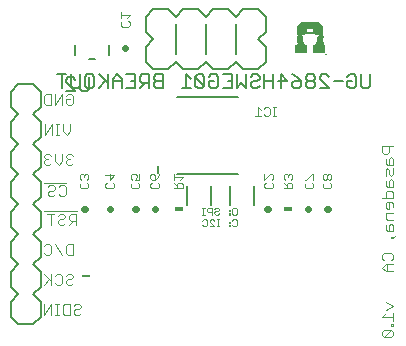
<source format=gbo>
G75*
%MOIN*%
%OFA0B0*%
%FSLAX24Y24*%
%IPPOS*%
%LPD*%
%AMOC8*
5,1,8,0,0,1.08239X$1,22.5*
%
%ADD10C,0.0040*%
%ADD11C,0.0050*%
%ADD12C,0.0030*%
%ADD13R,0.0300X0.0100*%
%ADD14R,0.0300X0.0180*%
%ADD15C,0.0220*%
%ADD16C,0.0080*%
%ADD17R,0.0100X0.0300*%
%ADD18R,0.0337X0.0000*%
%ADD19R,0.0337X0.0000*%
%ADD20R,0.0344X0.0001*%
%ADD21R,0.0348X0.0000*%
%ADD22R,0.0347X0.0000*%
%ADD23R,0.0350X0.0000*%
%ADD24R,0.0350X0.0000*%
%ADD25R,0.0352X0.0001*%
%ADD26R,0.0355X0.0000*%
%ADD27R,0.0354X0.0000*%
%ADD28R,0.0356X0.0001*%
%ADD29R,0.0359X0.0000*%
%ADD30R,0.0360X0.0000*%
%ADD31R,0.0361X0.0001*%
%ADD32R,0.0363X0.0000*%
%ADD33R,0.0362X0.0000*%
%ADD34R,0.0365X0.0001*%
%ADD35R,0.0364X0.0001*%
%ADD36R,0.0365X0.0000*%
%ADD37R,0.0366X0.0000*%
%ADD38R,0.0366X0.0000*%
%ADD39R,0.0367X0.0001*%
%ADD40R,0.0369X0.0000*%
%ADD41R,0.0370X0.0001*%
%ADD42R,0.0369X0.0001*%
%ADD43R,0.0370X0.0000*%
%ADD44R,0.0371X0.0000*%
%ADD45R,0.0371X0.0000*%
%ADD46R,0.0372X0.0001*%
%ADD47R,0.0372X0.0001*%
%ADD48R,0.0373X0.0000*%
%ADD49R,0.0373X0.0000*%
%ADD50R,0.0374X0.0001*%
%ADD51R,0.0374X0.0001*%
%ADD52R,0.0375X0.0000*%
%ADD53R,0.0374X0.0000*%
%ADD54R,0.0375X0.0000*%
%ADD55R,0.0375X0.0000*%
%ADD56R,0.0375X0.0001*%
%ADD57R,0.0376X0.0001*%
%ADD58R,0.0376X0.0000*%
%ADD59R,0.0377X0.0001*%
%ADD60R,0.0376X0.0001*%
%ADD61R,0.0377X0.0000*%
%ADD62R,0.0378X0.0000*%
%ADD63R,0.0378X0.0000*%
%ADD64R,0.0379X0.0001*%
%ADD65R,0.0379X0.0000*%
%ADD66R,0.0379X0.0000*%
%ADD67R,0.0380X0.0001*%
%ADD68R,0.0379X0.0001*%
%ADD69R,0.0380X0.0000*%
%ADD70R,0.0379X0.0000*%
%ADD71R,0.0380X0.0000*%
%ADD72R,0.0380X0.0000*%
%ADD73R,0.0380X0.0001*%
%ADD74R,0.0381X0.0001*%
%ADD75R,0.0381X0.0000*%
%ADD76R,0.0381X0.0001*%
%ADD77R,0.0381X0.0001*%
%ADD78R,0.0381X0.0000*%
%ADD79R,0.0382X0.0001*%
%ADD80R,0.0381X0.0001*%
%ADD81R,0.0382X0.0000*%
%ADD82R,0.0382X0.0000*%
%ADD83R,0.0382X0.0001*%
%ADD84R,0.0382X0.0000*%
%ADD85R,0.0383X0.0000*%
%ADD86R,0.0383X0.0001*%
%ADD87R,0.0383X0.0001*%
%ADD88R,0.0383X0.0000*%
%ADD89R,0.0382X0.0001*%
%ADD90R,0.0379X0.0001*%
%ADD91R,0.0381X0.0000*%
%ADD92R,0.0378X0.0001*%
%ADD93R,0.0377X0.0000*%
%ADD94R,0.0376X0.0000*%
%ADD95R,0.0374X0.0000*%
%ADD96R,0.0377X0.0001*%
%ADD97R,0.0372X0.0000*%
%ADD98R,0.0371X0.0001*%
%ADD99R,0.0376X0.0001*%
%ADD100R,0.0371X0.0000*%
%ADD101R,0.0376X0.0000*%
%ADD102R,0.0370X0.0000*%
%ADD103R,0.0369X0.0001*%
%ADD104R,0.0374X0.0001*%
%ADD105R,0.0368X0.0000*%
%ADD106R,0.0374X0.0000*%
%ADD107R,0.0367X0.0001*%
%ADD108R,0.0373X0.0001*%
%ADD109R,0.0366X0.0000*%
%ADD110R,0.0372X0.0000*%
%ADD111R,0.0365X0.0000*%
%ADD112R,0.0371X0.0000*%
%ADD113R,0.0364X0.0001*%
%ADD114R,0.0371X0.0001*%
%ADD115R,0.0362X0.0000*%
%ADD116R,0.0369X0.0000*%
%ADD117R,0.0360X0.0001*%
%ADD118R,0.0369X0.0001*%
%ADD119R,0.0359X0.0000*%
%ADD120R,0.0367X0.0000*%
%ADD121R,0.0357X0.0000*%
%ADD122R,0.0355X0.0001*%
%ADD123R,0.0365X0.0001*%
%ADD124R,0.0354X0.0000*%
%ADD125R,0.0364X0.0000*%
%ADD126R,0.0351X0.0001*%
%ADD127R,0.0363X0.0001*%
%ADD128R,0.0348X0.0000*%
%ADD129R,0.0361X0.0000*%
%ADD130R,0.0345X0.0000*%
%ADD131R,0.0340X0.0001*%
%ADD132R,0.0359X0.0001*%
%ADD133R,0.0258X0.0000*%
%ADD134R,0.0356X0.0000*%
%ADD135R,0.0257X0.0001*%
%ADD136R,0.0354X0.0001*%
%ADD137R,0.0257X0.0000*%
%ADD138R,0.0352X0.0000*%
%ADD139R,0.0347X0.0001*%
%ADD140R,0.0257X0.0000*%
%ADD141R,0.0344X0.0000*%
%ADD142R,0.0257X0.0001*%
%ADD143R,0.0338X0.0001*%
%ADD144R,0.0239X0.0000*%
%ADD145R,0.0256X0.0000*%
%ADD146R,0.0256X0.0001*%
%ADD147R,0.0239X0.0001*%
%ADD148R,0.0239X0.0001*%
%ADD149R,0.0256X0.0000*%
%ADD150R,0.0239X0.0000*%
%ADD151R,0.0256X0.0001*%
%ADD152R,0.0255X0.0000*%
%ADD153R,0.0238X0.0000*%
%ADD154R,0.0255X0.0001*%
%ADD155R,0.0238X0.0001*%
%ADD156R,0.0255X0.0000*%
%ADD157R,0.0255X0.0001*%
%ADD158R,0.0238X0.0001*%
%ADD159R,0.0238X0.0000*%
%ADD160R,0.0255X0.0000*%
%ADD161R,0.0238X0.0000*%
%ADD162R,0.0255X0.0001*%
%ADD163R,0.0238X0.0001*%
%ADD164R,0.0254X0.0000*%
%ADD165R,0.0254X0.0001*%
%ADD166R,0.0237X0.0000*%
%ADD167R,0.0254X0.0001*%
%ADD168R,0.0237X0.0001*%
%ADD169R,0.0254X0.0000*%
%ADD170R,0.0253X0.0000*%
%ADD171R,0.0236X0.0000*%
%ADD172R,0.0253X0.0001*%
%ADD173R,0.0236X0.0001*%
%ADD174R,0.0253X0.0000*%
%ADD175R,0.0253X0.0001*%
%ADD176R,0.0236X0.0001*%
%ADD177R,0.0236X0.0000*%
%ADD178R,0.0252X0.0001*%
%ADD179R,0.0252X0.0000*%
%ADD180R,0.0235X0.0000*%
%ADD181R,0.0235X0.0001*%
%ADD182R,0.0251X0.0000*%
%ADD183R,0.0251X0.0001*%
%ADD184R,0.0235X0.0001*%
%ADD185R,0.0235X0.0000*%
%ADD186R,0.0251X0.0001*%
%ADD187R,0.0251X0.0000*%
%ADD188R,0.0234X0.0000*%
%ADD189R,0.0250X0.0001*%
%ADD190R,0.0234X0.0001*%
%ADD191R,0.0250X0.0000*%
%ADD192R,0.0250X0.0000*%
%ADD193R,0.0234X0.0000*%
%ADD194R,0.0250X0.0001*%
%ADD195R,0.0234X0.0001*%
%ADD196R,0.0250X0.0001*%
%ADD197R,0.0250X0.0000*%
%ADD198R,0.0233X0.0000*%
%ADD199R,0.0249X0.0001*%
%ADD200R,0.0233X0.0001*%
%ADD201R,0.0249X0.0000*%
%ADD202R,0.0233X0.0001*%
%ADD203R,0.0233X0.0000*%
%ADD204R,0.0249X0.0000*%
%ADD205R,0.0249X0.0001*%
%ADD206R,0.0233X0.0000*%
%ADD207R,0.0248X0.0001*%
%ADD208R,0.0233X0.0001*%
%ADD209R,0.0248X0.0000*%
%ADD210R,0.0248X0.0001*%
%ADD211R,0.0232X0.0001*%
%ADD212R,0.0248X0.0000*%
%ADD213R,0.0232X0.0000*%
%ADD214R,0.0247X0.0000*%
%ADD215R,0.0231X0.0000*%
%ADD216R,0.0247X0.0001*%
%ADD217R,0.0231X0.0001*%
%ADD218R,0.0246X0.0001*%
%ADD219R,0.0246X0.0000*%
%ADD220R,0.0231X0.0000*%
%ADD221R,0.0231X0.0001*%
%ADD222R,0.0246X0.0000*%
%ADD223R,0.0246X0.0001*%
%ADD224R,0.0230X0.0000*%
%ADD225R,0.0245X0.0000*%
%ADD226R,0.0245X0.0001*%
%ADD227R,0.0230X0.0001*%
%ADD228R,0.0245X0.0001*%
%ADD229R,0.0230X0.0001*%
%ADD230R,0.0245X0.0000*%
%ADD231R,0.0230X0.0000*%
%ADD232R,0.0245X0.0000*%
%ADD233R,0.0229X0.0000*%
%ADD234R,0.0245X0.0001*%
%ADD235R,0.0229X0.0001*%
%ADD236R,0.0244X0.0000*%
%ADD237R,0.0244X0.0001*%
%ADD238R,0.0229X0.0001*%
%ADD239R,0.0229X0.0000*%
%ADD240R,0.0244X0.0000*%
%ADD241R,0.0228X0.0000*%
%ADD242R,0.0244X0.0001*%
%ADD243R,0.0228X0.0001*%
%ADD244R,0.0243X0.0000*%
%ADD245R,0.0243X0.0001*%
%ADD246R,0.0243X0.0000*%
%ADD247R,0.0228X0.0000*%
%ADD248R,0.0243X0.0001*%
%ADD249R,0.0228X0.0001*%
%ADD250R,0.0242X0.0000*%
%ADD251R,0.0227X0.0000*%
%ADD252R,0.0242X0.0001*%
%ADD253R,0.0227X0.0001*%
%ADD254R,0.0241X0.0000*%
%ADD255R,0.0241X0.0001*%
%ADD256R,0.0227X0.0001*%
%ADD257R,0.0227X0.0000*%
%ADD258R,0.0241X0.0001*%
%ADD259R,0.0241X0.0000*%
%ADD260R,0.0226X0.0000*%
%ADD261R,0.0226X0.0001*%
%ADD262R,0.0240X0.0000*%
%ADD263R,0.0240X0.0001*%
%ADD264R,0.0226X0.0001*%
%ADD265R,0.0240X0.0000*%
%ADD266R,0.0226X0.0000*%
%ADD267R,0.0240X0.0001*%
%ADD268R,0.0225X0.0000*%
%ADD269R,0.0240X0.0001*%
%ADD270R,0.0225X0.0001*%
%ADD271R,0.0240X0.0000*%
%ADD272R,0.0225X0.0000*%
%ADD273R,0.0225X0.0001*%
%ADD274R,0.0239X0.0001*%
%ADD275R,0.0239X0.0000*%
%ADD276R,0.0224X0.0000*%
%ADD277R,0.0224X0.0001*%
%ADD278R,0.0224X0.0001*%
%ADD279R,0.0224X0.0000*%
%ADD280R,0.0223X0.0000*%
%ADD281R,0.0237X0.0001*%
%ADD282R,0.0223X0.0001*%
%ADD283R,0.0237X0.0000*%
%ADD284R,0.0223X0.0001*%
%ADD285R,0.0223X0.0000*%
%ADD286R,0.0236X0.0000*%
%ADD287R,0.0222X0.0000*%
%ADD288R,0.0236X0.0001*%
%ADD289R,0.0222X0.0001*%
%ADD290R,0.0222X0.0000*%
%ADD291R,0.0222X0.0001*%
%ADD292R,0.0221X0.0000*%
%ADD293R,0.0235X0.0000*%
%ADD294R,0.0235X0.0001*%
%ADD295R,0.0221X0.0001*%
%ADD296R,0.0221X0.0001*%
%ADD297R,0.0221X0.0000*%
%ADD298R,0.0234X0.0000*%
%ADD299R,0.0220X0.0000*%
%ADD300R,0.0234X0.0001*%
%ADD301R,0.0220X0.0001*%
%ADD302R,0.0220X0.0001*%
%ADD303R,0.0220X0.0000*%
%ADD304R,0.0219X0.0000*%
%ADD305R,0.0219X0.0001*%
%ADD306R,0.0232X0.0000*%
%ADD307R,0.0232X0.0001*%
%ADD308R,0.0219X0.0000*%
%ADD309R,0.0219X0.0001*%
%ADD310R,0.0231X0.0000*%
%ADD311R,0.0218X0.0000*%
%ADD312R,0.0231X0.0001*%
%ADD313R,0.0218X0.0001*%
%ADD314R,0.0218X0.0001*%
%ADD315R,0.0218X0.0000*%
%ADD316R,0.0217X0.0000*%
%ADD317R,0.0217X0.0001*%
%ADD318R,0.0230X0.0000*%
%ADD319R,0.0230X0.0001*%
%ADD320R,0.0217X0.0001*%
%ADD321R,0.0217X0.0000*%
%ADD322R,0.0216X0.0000*%
%ADD323R,0.0229X0.0001*%
%ADD324R,0.0216X0.0001*%
%ADD325R,0.0229X0.0000*%
%ADD326R,0.0216X0.0000*%
%ADD327R,0.0216X0.0001*%
%ADD328R,0.0215X0.0000*%
%ADD329R,0.0227X0.0001*%
%ADD330R,0.0215X0.0001*%
%ADD331R,0.0227X0.0000*%
%ADD332R,0.0215X0.0001*%
%ADD333R,0.0215X0.0000*%
%ADD334R,0.0214X0.0000*%
%ADD335R,0.0226X0.0001*%
%ADD336R,0.0214X0.0001*%
%ADD337R,0.0226X0.0000*%
%ADD338R,0.0214X0.0001*%
%ADD339R,0.0214X0.0000*%
%ADD340R,0.0213X0.0000*%
%ADD341R,0.0213X0.0001*%
%ADD342R,0.0225X0.0001*%
%ADD343R,0.0225X0.0000*%
%ADD344R,0.0213X0.0000*%
%ADD345R,0.0213X0.0001*%
%ADD346R,0.0213X0.0000*%
%ADD347R,0.0224X0.0000*%
%ADD348R,0.0224X0.0001*%
%ADD349R,0.0213X0.0001*%
%ADD350R,0.0212X0.0001*%
%ADD351R,0.0212X0.0000*%
%ADD352R,0.0211X0.0000*%
%ADD353R,0.0211X0.0001*%
%ADD354R,0.0222X0.0000*%
%ADD355R,0.0222X0.0001*%
%ADD356R,0.0211X0.0001*%
%ADD357R,0.0211X0.0000*%
%ADD358R,0.0210X0.0000*%
%ADD359R,0.0210X0.0001*%
%ADD360R,0.0221X0.0000*%
%ADD361R,0.0221X0.0001*%
%ADD362R,0.0210X0.0000*%
%ADD363R,0.0210X0.0001*%
%ADD364R,0.0209X0.0000*%
%ADD365R,0.0209X0.0001*%
%ADD366R,0.0220X0.0000*%
%ADD367R,0.0220X0.0001*%
%ADD368R,0.0209X0.0001*%
%ADD369R,0.0209X0.0000*%
%ADD370R,0.0208X0.0000*%
%ADD371R,0.0208X0.0001*%
%ADD372R,0.0219X0.0000*%
%ADD373R,0.0219X0.0001*%
%ADD374R,0.0208X0.0001*%
%ADD375R,0.0208X0.0000*%
%ADD376R,0.0208X0.0000*%
%ADD377R,0.0208X0.0001*%
%ADD378R,0.0217X0.0000*%
%ADD379R,0.0207X0.0000*%
%ADD380R,0.0217X0.0001*%
%ADD381R,0.0207X0.0001*%
%ADD382R,0.0206X0.0000*%
%ADD383R,0.0216X0.0001*%
%ADD384R,0.0206X0.0001*%
%ADD385R,0.0216X0.0000*%
%ADD386R,0.0206X0.0001*%
%ADD387R,0.0206X0.0000*%
%ADD388R,0.0205X0.0000*%
%ADD389R,0.0205X0.0001*%
%ADD390R,0.0215X0.0001*%
%ADD391R,0.0205X0.0001*%
%ADD392R,0.0215X0.0000*%
%ADD393R,0.0205X0.0000*%
%ADD394R,0.0204X0.0000*%
%ADD395R,0.0204X0.0001*%
%ADD396R,0.0214X0.0001*%
%ADD397R,0.0214X0.0000*%
%ADD398R,0.0204X0.0000*%
%ADD399R,0.0204X0.0001*%
%ADD400R,0.0203X0.0000*%
%ADD401R,0.0203X0.0001*%
%ADD402R,0.0212X0.0001*%
%ADD403R,0.0203X0.0001*%
%ADD404R,0.0212X0.0000*%
%ADD405R,0.0203X0.0000*%
%ADD406R,0.0203X0.0000*%
%ADD407R,0.0203X0.0001*%
%ADD408R,0.0211X0.0000*%
%ADD409R,0.0211X0.0001*%
%ADD410R,0.0202X0.0001*%
%ADD411R,0.0202X0.0000*%
%ADD412R,0.0201X0.0000*%
%ADD413R,0.0201X0.0001*%
%ADD414R,0.0210X0.0000*%
%ADD415R,0.0201X0.0000*%
%ADD416R,0.0210X0.0001*%
%ADD417R,0.0201X0.0001*%
%ADD418R,0.0200X0.0000*%
%ADD419R,0.0200X0.0001*%
%ADD420R,0.0209X0.0000*%
%ADD421R,0.0209X0.0001*%
%ADD422R,0.0200X0.0001*%
%ADD423R,0.0200X0.0000*%
%ADD424R,0.0199X0.0000*%
%ADD425R,0.0199X0.0001*%
%ADD426R,0.0199X0.0001*%
%ADD427R,0.0207X0.0000*%
%ADD428R,0.0199X0.0000*%
%ADD429R,0.0207X0.0001*%
%ADD430R,0.0198X0.0000*%
%ADD431R,0.0198X0.0001*%
%ADD432R,0.0206X0.0000*%
%ADD433R,0.0198X0.0000*%
%ADD434R,0.0206X0.0001*%
%ADD435R,0.0198X0.0001*%
%ADD436R,0.0198X0.0000*%
%ADD437R,0.0198X0.0001*%
%ADD438R,0.0197X0.0001*%
%ADD439R,0.0205X0.0000*%
%ADD440R,0.0197X0.0000*%
%ADD441R,0.0205X0.0001*%
%ADD442R,0.0196X0.0000*%
%ADD443R,0.0196X0.0001*%
%ADD444R,0.0204X0.0001*%
%ADD445R,0.0196X0.0001*%
%ADD446R,0.0204X0.0000*%
%ADD447R,0.0196X0.0000*%
%ADD448R,0.0195X0.0000*%
%ADD449R,0.0195X0.0001*%
%ADD450R,0.0195X0.0000*%
%ADD451R,0.0202X0.0001*%
%ADD452R,0.0195X0.0001*%
%ADD453R,0.0202X0.0000*%
%ADD454R,0.0194X0.0000*%
%ADD455R,0.0194X0.0001*%
%ADD456R,0.0201X0.0001*%
%ADD457R,0.0194X0.0001*%
%ADD458R,0.0201X0.0000*%
%ADD459R,0.0194X0.0000*%
%ADD460R,0.0193X0.0000*%
%ADD461R,0.0193X0.0001*%
%ADD462R,0.0193X0.0001*%
%ADD463R,0.0193X0.0000*%
%ADD464R,0.0200X0.0001*%
%ADD465R,0.0200X0.0000*%
%ADD466R,0.0193X0.0000*%
%ADD467R,0.0193X0.0001*%
%ADD468R,0.0199X0.0000*%
%ADD469R,0.0192X0.0000*%
%ADD470R,0.0199X0.0001*%
%ADD471R,0.0192X0.0001*%
%ADD472R,0.0191X0.0000*%
%ADD473R,0.0191X0.0001*%
%ADD474R,0.0191X0.0001*%
%ADD475R,0.0191X0.0000*%
%ADD476R,0.0197X0.0000*%
%ADD477R,0.0197X0.0001*%
%ADD478R,0.0190X0.0000*%
%ADD479R,0.0190X0.0001*%
%ADD480R,0.0190X0.0001*%
%ADD481R,0.0196X0.0000*%
%ADD482R,0.0190X0.0000*%
%ADD483R,0.0196X0.0001*%
%ADD484R,0.0189X0.0000*%
%ADD485R,0.0189X0.0001*%
%ADD486R,0.0189X0.0000*%
%ADD487R,0.0189X0.0001*%
%ADD488R,0.0195X0.0000*%
%ADD489R,0.0195X0.0001*%
%ADD490R,0.0188X0.0000*%
%ADD491R,0.0188X0.0001*%
%ADD492R,0.0188X0.0001*%
%ADD493R,0.0194X0.0000*%
%ADD494R,0.0188X0.0000*%
%ADD495R,0.0194X0.0001*%
%ADD496R,0.0187X0.0000*%
%ADD497R,0.0187X0.0001*%
%ADD498R,0.0187X0.0001*%
%ADD499R,0.0187X0.0000*%
%ADD500R,0.0192X0.0000*%
%ADD501R,0.0186X0.0000*%
%ADD502R,0.0192X0.0001*%
%ADD503R,0.0186X0.0001*%
%ADD504R,0.0186X0.0000*%
%ADD505R,0.0191X0.0001*%
%ADD506R,0.0186X0.0001*%
%ADD507R,0.0191X0.0000*%
%ADD508R,0.0185X0.0000*%
%ADD509R,0.0185X0.0001*%
%ADD510R,0.0185X0.0001*%
%ADD511R,0.0185X0.0000*%
%ADD512R,0.0190X0.0001*%
%ADD513R,0.0190X0.0000*%
%ADD514R,0.0184X0.0000*%
%ADD515R,0.0184X0.0001*%
%ADD516R,0.0184X0.0001*%
%ADD517R,0.0184X0.0000*%
%ADD518R,0.0189X0.0001*%
%ADD519R,0.0189X0.0000*%
%ADD520R,0.0183X0.0000*%
%ADD521R,0.0183X0.0001*%
%ADD522R,0.0183X0.0000*%
%ADD523R,0.0183X0.0001*%
%ADD524R,0.0187X0.0001*%
%ADD525R,0.0187X0.0000*%
%ADD526R,0.0182X0.0000*%
%ADD527R,0.0182X0.0001*%
%ADD528R,0.0182X0.0001*%
%ADD529R,0.0182X0.0000*%
%ADD530R,0.0186X0.0000*%
%ADD531R,0.0186X0.0001*%
%ADD532R,0.0181X0.0000*%
%ADD533R,0.0181X0.0001*%
%ADD534R,0.0181X0.0001*%
%ADD535R,0.0181X0.0000*%
%ADD536R,0.0185X0.0000*%
%ADD537R,0.0180X0.0000*%
%ADD538R,0.0185X0.0001*%
%ADD539R,0.0180X0.0001*%
%ADD540R,0.0180X0.0000*%
%ADD541R,0.0180X0.0001*%
%ADD542R,0.0184X0.0000*%
%ADD543R,0.0184X0.0001*%
%ADD544R,0.0179X0.0000*%
%ADD545R,0.0179X0.0001*%
%ADD546R,0.0179X0.0001*%
%ADD547R,0.0179X0.0000*%
%ADD548R,0.0182X0.0000*%
%ADD549R,0.0178X0.0000*%
%ADD550R,0.0182X0.0001*%
%ADD551R,0.0178X0.0001*%
%ADD552R,0.0178X0.0001*%
%ADD553R,0.0178X0.0000*%
%ADD554R,0.0181X0.0000*%
%ADD555R,0.0177X0.0000*%
%ADD556R,0.0181X0.0001*%
%ADD557R,0.0177X0.0001*%
%ADD558R,0.0177X0.0000*%
%ADD559R,0.0177X0.0001*%
%ADD560R,0.0180X0.0000*%
%ADD561R,0.0176X0.0000*%
%ADD562R,0.0180X0.0001*%
%ADD563R,0.0176X0.0001*%
%ADD564R,0.0176X0.0001*%
%ADD565R,0.0176X0.0000*%
%ADD566R,0.0179X0.0001*%
%ADD567R,0.0179X0.0000*%
%ADD568R,0.0175X0.0000*%
%ADD569R,0.0175X0.0001*%
%ADD570R,0.0175X0.0001*%
%ADD571R,0.0175X0.0000*%
%ADD572R,0.0174X0.0000*%
%ADD573R,0.0177X0.0001*%
%ADD574R,0.0174X0.0001*%
%ADD575R,0.0177X0.0000*%
%ADD576R,0.0174X0.0000*%
%ADD577R,0.0174X0.0001*%
%ADD578R,0.0176X0.0001*%
%ADD579R,0.0176X0.0000*%
%ADD580R,0.0173X0.0000*%
%ADD581R,0.0173X0.0001*%
%ADD582R,0.0173X0.0001*%
%ADD583R,0.0173X0.0000*%
%ADD584R,0.0173X0.0000*%
%ADD585R,0.0175X0.0001*%
%ADD586R,0.0173X0.0001*%
%ADD587R,0.0175X0.0000*%
%ADD588R,0.0172X0.0001*%
%ADD589R,0.0172X0.0000*%
%ADD590R,0.0174X0.0000*%
%ADD591R,0.0171X0.0000*%
%ADD592R,0.0174X0.0001*%
%ADD593R,0.0171X0.0001*%
%ADD594R,0.0171X0.0000*%
%ADD595R,0.0171X0.0001*%
%ADD596R,0.0170X0.0000*%
%ADD597R,0.0172X0.0000*%
%ADD598R,0.0172X0.0001*%
%ADD599R,0.0170X0.0001*%
%ADD600R,0.0170X0.0001*%
%ADD601R,0.0170X0.0000*%
%ADD602R,0.0171X0.0000*%
%ADD603R,0.0169X0.0000*%
%ADD604R,0.0171X0.0001*%
%ADD605R,0.0169X0.0001*%
%ADD606R,0.0169X0.0001*%
%ADD607R,0.0169X0.0000*%
%ADD608R,0.0168X0.0000*%
%ADD609R,0.0168X0.0001*%
%ADD610R,0.0170X0.0000*%
%ADD611R,0.0170X0.0001*%
%ADD612R,0.0168X0.0000*%
%ADD613R,0.0168X0.0001*%
%ADD614R,0.0169X0.0000*%
%ADD615R,0.0168X0.0000*%
%ADD616R,0.0169X0.0001*%
%ADD617R,0.0168X0.0001*%
%ADD618R,0.0167X0.0001*%
%ADD619R,0.0167X0.0000*%
%ADD620R,0.0166X0.0000*%
%ADD621R,0.0166X0.0001*%
%ADD622R,0.0167X0.0000*%
%ADD623R,0.0167X0.0001*%
%ADD624R,0.0166X0.0001*%
%ADD625R,0.0166X0.0000*%
%ADD626R,0.0165X0.0000*%
%ADD627R,0.0166X0.0001*%
%ADD628R,0.0165X0.0001*%
%ADD629R,0.0166X0.0000*%
%ADD630R,0.0165X0.0000*%
%ADD631R,0.0165X0.0001*%
%ADD632R,0.0164X0.0000*%
%ADD633R,0.0165X0.0001*%
%ADD634R,0.0164X0.0001*%
%ADD635R,0.0165X0.0000*%
%ADD636R,0.0164X0.0001*%
%ADD637R,0.0164X0.0000*%
%ADD638R,0.0163X0.0000*%
%ADD639R,0.0164X0.0001*%
%ADD640R,0.0163X0.0001*%
%ADD641R,0.0164X0.0000*%
%ADD642R,0.0163X0.0001*%
%ADD643R,0.0163X0.0000*%
%ADD644R,0.0163X0.0000*%
%ADD645R,0.0163X0.0001*%
%ADD646R,0.0162X0.0001*%
%ADD647R,0.0162X0.0000*%
%ADD648R,0.0162X0.0000*%
%ADD649R,0.0161X0.0001*%
%ADD650R,0.0162X0.0001*%
%ADD651R,0.0161X0.0000*%
%ADD652R,0.0161X0.0000*%
%ADD653R,0.0161X0.0001*%
%ADD654R,0.0160X0.0001*%
%ADD655R,0.0161X0.0001*%
%ADD656R,0.0160X0.0000*%
%ADD657R,0.0161X0.0000*%
%ADD658R,0.0160X0.0000*%
%ADD659R,0.0160X0.0001*%
%ADD660R,0.0160X0.0000*%
%ADD661R,0.0160X0.0001*%
%ADD662R,0.0159X0.0001*%
%ADD663R,0.0159X0.0000*%
%ADD664R,0.0159X0.0000*%
%ADD665R,0.0159X0.0001*%
%ADD666R,0.0159X0.0000*%
%ADD667R,0.0159X0.0001*%
%ADD668R,0.0158X0.0000*%
%ADD669R,0.0158X0.0001*%
%ADD670R,0.0158X0.0000*%
%ADD671R,0.0158X0.0000*%
%ADD672R,0.0158X0.0001*%
%ADD673R,0.0158X0.0001*%
%ADD674R,0.0157X0.0000*%
%ADD675R,0.0157X0.0001*%
%ADD676R,0.0156X0.0000*%
%ADD677R,0.0156X0.0001*%
%ADD678R,0.0156X0.0000*%
%ADD679R,0.0156X0.0001*%
%ADD680R,0.0157X0.0001*%
%ADD681R,0.0155X0.0000*%
%ADD682R,0.0157X0.0000*%
%ADD683R,0.0155X0.0001*%
%ADD684R,0.0155X0.0001*%
%ADD685R,0.0155X0.0000*%
%ADD686R,0.0155X0.0000*%
%ADD687R,0.0156X0.0000*%
%ADD688R,0.0155X0.0001*%
%ADD689R,0.0156X0.0001*%
%ADD690R,0.0154X0.0000*%
%ADD691R,0.0154X0.0001*%
%ADD692R,0.0154X0.0001*%
%ADD693R,0.0154X0.0000*%
%ADD694R,0.0153X0.0000*%
%ADD695R,0.0153X0.0001*%
%ADD696R,0.0154X0.0000*%
%ADD697R,0.0153X0.0001*%
%ADD698R,0.0154X0.0001*%
%ADD699R,0.0153X0.0000*%
%ADD700R,0.0152X0.0001*%
%ADD701R,0.0152X0.0000*%
%ADD702R,0.0151X0.0000*%
%ADD703R,0.0153X0.0000*%
%ADD704R,0.0151X0.0001*%
%ADD705R,0.0153X0.0001*%
%ADD706R,0.0151X0.0001*%
%ADD707R,0.0151X0.0000*%
%ADD708R,0.0150X0.0001*%
%ADD709R,0.0150X0.0000*%
%ADD710R,0.0150X0.0000*%
%ADD711R,0.0150X0.0001*%
%ADD712R,0.0150X0.0001*%
%ADD713R,0.0152X0.0001*%
%ADD714R,0.0150X0.0000*%
%ADD715R,0.0152X0.0000*%
%ADD716R,0.0149X0.0000*%
%ADD717R,0.0149X0.0001*%
%ADD718R,0.0149X0.0000*%
%ADD719R,0.0149X0.0001*%
%ADD720R,0.0151X0.0001*%
%ADD721R,0.0151X0.0000*%
%ADD722R,0.0148X0.0001*%
%ADD723R,0.0148X0.0000*%
%ADD724R,0.0260X0.0000*%
%ADD725R,0.0259X0.0000*%
%ADD726R,0.0260X0.0001*%
%ADD727R,0.0259X0.0001*%
%ADD728R,0.0868X0.0000*%
%ADD729R,0.0868X0.0001*%
%ADD730R,0.0321X0.0000*%
%ADD731R,0.0305X0.0000*%
%ADD732R,0.0321X0.0001*%
%ADD733R,0.0305X0.0001*%
%ADD734R,0.0867X0.0000*%
%ADD735R,0.0867X0.0001*%
%ADD736R,0.0867X0.0000*%
%ADD737R,0.0867X0.0001*%
%ADD738R,0.0866X0.0000*%
%ADD739R,0.0866X0.0000*%
%ADD740R,0.0866X0.0001*%
%ADD741R,0.0866X0.0000*%
%ADD742R,0.0866X0.0001*%
%ADD743R,0.0865X0.0000*%
%ADD744R,0.0865X0.0001*%
%ADD745R,0.0864X0.0001*%
%ADD746R,0.0864X0.0000*%
%ADD747R,0.0864X0.0001*%
%ADD748R,0.0864X0.0000*%
%ADD749R,0.0864X0.0001*%
%ADD750R,0.0864X0.0000*%
%ADD751R,0.0863X0.0001*%
%ADD752R,0.0863X0.0000*%
%ADD753R,0.0862X0.0001*%
%ADD754R,0.0862X0.0000*%
%ADD755R,0.0862X0.0001*%
%ADD756R,0.0862X0.0000*%
%ADD757R,0.0861X0.0001*%
%ADD758R,0.0861X0.0000*%
%ADD759R,0.0861X0.0001*%
%ADD760R,0.0860X0.0001*%
%ADD761R,0.0860X0.0000*%
%ADD762R,0.0859X0.0000*%
%ADD763R,0.0859X0.0001*%
%ADD764R,0.0858X0.0000*%
%ADD765R,0.0858X0.0001*%
%ADD766R,0.0857X0.0001*%
%ADD767R,0.0857X0.0000*%
%ADD768R,0.0856X0.0000*%
%ADD769R,0.0856X0.0001*%
%ADD770R,0.0855X0.0000*%
%ADD771R,0.0855X0.0001*%
%ADD772R,0.0855X0.0000*%
%ADD773R,0.0855X0.0001*%
%ADD774R,0.0854X0.0000*%
%ADD775R,0.0854X0.0001*%
%ADD776R,0.0853X0.0000*%
%ADD777R,0.0853X0.0001*%
%ADD778R,0.0853X0.0000*%
%ADD779R,0.0853X0.0000*%
%ADD780R,0.0852X0.0001*%
%ADD781R,0.0852X0.0000*%
%ADD782R,0.0852X0.0001*%
%ADD783R,0.0851X0.0000*%
%ADD784R,0.0850X0.0001*%
%ADD785R,0.0850X0.0000*%
%ADD786R,0.0850X0.0001*%
%ADD787R,0.0849X0.0000*%
%ADD788R,0.0848X0.0001*%
%ADD789R,0.0848X0.0000*%
%ADD790R,0.0848X0.0001*%
%ADD791R,0.0848X0.0000*%
%ADD792R,0.0847X0.0000*%
%ADD793R,0.0847X0.0001*%
%ADD794R,0.0846X0.0000*%
%ADD795R,0.0846X0.0001*%
%ADD796R,0.0845X0.0000*%
%ADD797R,0.0845X0.0000*%
%ADD798R,0.0845X0.0001*%
%ADD799R,0.0843X0.0000*%
%ADD800R,0.0843X0.0001*%
%ADD801R,0.0841X0.0000*%
%ADD802R,0.0840X0.0000*%
%ADD803R,0.0839X0.0001*%
%ADD804R,0.0838X0.0000*%
%ADD805R,0.0837X0.0001*%
%ADD806R,0.0836X0.0000*%
%ADD807R,0.0835X0.0000*%
%ADD808R,0.0834X0.0001*%
%ADD809R,0.0833X0.0000*%
%ADD810R,0.0832X0.0001*%
%ADD811R,0.0831X0.0000*%
%ADD812R,0.0830X0.0000*%
%ADD813R,0.0829X0.0001*%
%ADD814R,0.0828X0.0000*%
%ADD815R,0.0827X0.0001*%
%ADD816R,0.0826X0.0000*%
%ADD817R,0.0825X0.0000*%
%ADD818R,0.0824X0.0001*%
%ADD819R,0.0823X0.0000*%
%ADD820R,0.0822X0.0001*%
%ADD821R,0.0821X0.0000*%
%ADD822R,0.0820X0.0000*%
%ADD823R,0.0819X0.0001*%
%ADD824R,0.0818X0.0000*%
%ADD825R,0.0817X0.0001*%
%ADD826R,0.0816X0.0000*%
%ADD827R,0.0815X0.0000*%
%ADD828R,0.0814X0.0001*%
%ADD829R,0.0813X0.0000*%
%ADD830R,0.0812X0.0001*%
%ADD831R,0.0811X0.0000*%
%ADD832R,0.0810X0.0000*%
%ADD833R,0.0808X0.0001*%
%ADD834R,0.0808X0.0000*%
%ADD835R,0.0807X0.0001*%
%ADD836R,0.0805X0.0000*%
%ADD837R,0.0805X0.0000*%
%ADD838R,0.0803X0.0001*%
%ADD839R,0.0803X0.0000*%
%ADD840R,0.0802X0.0001*%
%ADD841R,0.0800X0.0000*%
%ADD842R,0.0800X0.0000*%
%ADD843R,0.0798X0.0001*%
%ADD844R,0.0798X0.0000*%
%ADD845R,0.0797X0.0001*%
%ADD846R,0.0795X0.0000*%
%ADD847R,0.0795X0.0000*%
%ADD848R,0.0793X0.0001*%
%ADD849R,0.0793X0.0000*%
%ADD850R,0.0791X0.0001*%
%ADD851R,0.0790X0.0000*%
%ADD852R,0.0789X0.0000*%
%ADD853R,0.0788X0.0001*%
%ADD854R,0.0787X0.0000*%
%ADD855R,0.0786X0.0001*%
%ADD856R,0.0785X0.0000*%
%ADD857R,0.0784X0.0000*%
%ADD858R,0.0783X0.0001*%
%ADD859R,0.0782X0.0000*%
%ADD860R,0.0781X0.0001*%
%ADD861R,0.0780X0.0000*%
%ADD862R,0.0779X0.0000*%
%ADD863R,0.0778X0.0001*%
%ADD864R,0.0777X0.0000*%
%ADD865R,0.0776X0.0001*%
%ADD866R,0.0775X0.0000*%
%ADD867R,0.0774X0.0000*%
%ADD868R,0.0773X0.0001*%
%ADD869R,0.0772X0.0000*%
%ADD870R,0.0771X0.0001*%
%ADD871R,0.0770X0.0000*%
%ADD872R,0.0769X0.0000*%
%ADD873R,0.0768X0.0001*%
%ADD874R,0.0767X0.0000*%
%ADD875R,0.0766X0.0001*%
%ADD876R,0.0765X0.0000*%
%ADD877R,0.0764X0.0000*%
%ADD878R,0.0763X0.0001*%
%ADD879R,0.0762X0.0000*%
%ADD880R,0.0761X0.0001*%
%ADD881R,0.0760X0.0000*%
%ADD882R,0.0758X0.0000*%
%ADD883R,0.0757X0.0001*%
%ADD884R,0.0757X0.0000*%
%ADD885R,0.0755X0.0001*%
%ADD886R,0.0755X0.0000*%
%ADD887R,0.0753X0.0000*%
%ADD888R,0.0752X0.0001*%
%ADD889R,0.0752X0.0000*%
%ADD890R,0.0750X0.0001*%
%ADD891R,0.0750X0.0000*%
%ADD892R,0.0748X0.0000*%
%ADD893R,0.0747X0.0001*%
%ADD894R,0.0747X0.0000*%
%ADD895R,0.0745X0.0001*%
%ADD896R,0.0745X0.0000*%
%ADD897R,0.0743X0.0000*%
%ADD898R,0.0742X0.0001*%
%ADD899R,0.0741X0.0000*%
%ADD900R,0.0740X0.0001*%
%ADD901R,0.0739X0.0000*%
%ADD902R,0.0738X0.0000*%
%ADD903R,0.0737X0.0001*%
%ADD904R,0.0736X0.0000*%
%ADD905R,0.0735X0.0001*%
%ADD906R,0.0734X0.0000*%
%ADD907R,0.0733X0.0000*%
%ADD908R,0.0732X0.0001*%
%ADD909R,0.0731X0.0000*%
%ADD910R,0.0730X0.0001*%
%ADD911R,0.0729X0.0000*%
%ADD912R,0.0728X0.0000*%
%ADD913R,0.0727X0.0001*%
%ADD914R,0.0726X0.0000*%
%ADD915R,0.0725X0.0001*%
%ADD916R,0.0724X0.0000*%
%ADD917R,0.0723X0.0000*%
%ADD918R,0.0722X0.0001*%
%ADD919R,0.0721X0.0000*%
%ADD920R,0.0720X0.0001*%
%ADD921R,0.0719X0.0000*%
%ADD922R,0.0718X0.0000*%
%ADD923R,0.0717X0.0001*%
%ADD924R,0.0716X0.0000*%
%ADD925R,0.0715X0.0001*%
%ADD926R,0.0714X0.0000*%
%ADD927R,0.0713X0.0000*%
%ADD928R,0.0712X0.0001*%
%ADD929R,0.0711X0.0000*%
%ADD930R,0.0710X0.0001*%
%ADD931R,0.0709X0.0000*%
%ADD932R,0.0707X0.0000*%
%ADD933R,0.0707X0.0001*%
%ADD934R,0.0705X0.0000*%
%ADD935R,0.0705X0.0001*%
%ADD936R,0.0703X0.0000*%
%ADD937R,0.0703X0.0000*%
%ADD938R,0.0702X0.0001*%
%ADD939R,0.0700X0.0000*%
%ADD940R,0.0700X0.0001*%
%ADD941R,0.0698X0.0000*%
%ADD942R,0.0698X0.0000*%
%ADD943R,0.0697X0.0001*%
%ADD944R,0.0695X0.0000*%
%ADD945R,0.0695X0.0001*%
%ADD946R,0.0693X0.0000*%
%ADD947R,0.0692X0.0000*%
%ADD948R,0.0691X0.0001*%
%ADD949R,0.0690X0.0000*%
%ADD950R,0.0689X0.0001*%
%ADD951R,0.0688X0.0000*%
%ADD952R,0.0687X0.0000*%
%ADD953R,0.0686X0.0001*%
%ADD954R,0.0685X0.0000*%
%ADD955R,0.0684X0.0001*%
%ADD956R,0.0683X0.0000*%
%ADD957R,0.0682X0.0000*%
%ADD958R,0.0681X0.0001*%
%ADD959R,0.0680X0.0000*%
%ADD960R,0.0679X0.0001*%
%ADD961R,0.0678X0.0000*%
%ADD962R,0.0677X0.0000*%
%ADD963R,0.0676X0.0001*%
%ADD964R,0.0675X0.0000*%
%ADD965R,0.0674X0.0001*%
%ADD966R,0.0673X0.0000*%
%ADD967R,0.0672X0.0000*%
%ADD968R,0.0671X0.0001*%
%ADD969R,0.0670X0.0000*%
%ADD970R,0.0669X0.0001*%
%ADD971R,0.0668X0.0000*%
%ADD972R,0.0667X0.0000*%
%ADD973R,0.0666X0.0001*%
%ADD974R,0.0665X0.0000*%
%ADD975R,0.0664X0.0001*%
%ADD976R,0.0663X0.0000*%
%ADD977R,0.0662X0.0000*%
%ADD978R,0.0661X0.0001*%
%ADD979R,0.0660X0.0000*%
%ADD980R,0.0659X0.0001*%
%ADD981R,0.0658X0.0000*%
%ADD982R,0.0657X0.0000*%
%ADD983R,0.0655X0.0001*%
%ADD984R,0.0655X0.0000*%
%ADD985R,0.0653X0.0001*%
%ADD986R,0.0653X0.0000*%
%ADD987R,0.0652X0.0000*%
%ADD988R,0.0650X0.0001*%
%ADD989R,0.0650X0.0000*%
%ADD990R,0.0648X0.0001*%
%ADD991R,0.0648X0.0000*%
%ADD992R,0.0647X0.0000*%
%ADD993R,0.0645X0.0001*%
%ADD994R,0.0645X0.0000*%
%ADD995R,0.0643X0.0001*%
%ADD996R,0.0642X0.0000*%
%ADD997R,0.0641X0.0000*%
%ADD998R,0.0640X0.0001*%
%ADD999R,0.0639X0.0000*%
%ADD1000R,0.0638X0.0001*%
%ADD1001R,0.0637X0.0000*%
%ADD1002R,0.0636X0.0000*%
%ADD1003R,0.0635X0.0001*%
%ADD1004R,0.0634X0.0000*%
%ADD1005R,0.0633X0.0001*%
%ADD1006R,0.0632X0.0000*%
%ADD1007R,0.0631X0.0000*%
%ADD1008R,0.0630X0.0001*%
%ADD1009R,0.0629X0.0000*%
%ADD1010R,0.0628X0.0001*%
%ADD1011R,0.0627X0.0000*%
%ADD1012R,0.0626X0.0000*%
%ADD1013R,0.0625X0.0001*%
%ADD1014R,0.0624X0.0000*%
%ADD1015R,0.0623X0.0001*%
%ADD1016R,0.0622X0.0000*%
%ADD1017R,0.0621X0.0000*%
%ADD1018R,0.0620X0.0001*%
%ADD1019R,0.0619X0.0000*%
%ADD1020R,0.0618X0.0001*%
%ADD1021R,0.0617X0.0000*%
%ADD1022R,0.0616X0.0000*%
%ADD1023R,0.0615X0.0001*%
%ADD1024R,0.0614X0.0000*%
%ADD1025R,0.0613X0.0001*%
%ADD1026R,0.0612X0.0000*%
%ADD1027R,0.0611X0.0000*%
%ADD1028R,0.0610X0.0001*%
%ADD1029R,0.0609X0.0000*%
%ADD1030R,0.0607X0.0001*%
%ADD1031R,0.0607X0.0000*%
%ADD1032R,0.0605X0.0000*%
%ADD1033R,0.0605X0.0001*%
%ADD1034R,0.0603X0.0000*%
%ADD1035R,0.0602X0.0001*%
%ADD1036R,0.0602X0.0000*%
%ADD1037R,0.0600X0.0000*%
%ADD1038R,0.0600X0.0001*%
%ADD1039R,0.0598X0.0000*%
%ADD1040R,0.0597X0.0001*%
%ADD1041R,0.0597X0.0000*%
%ADD1042R,0.0595X0.0000*%
%ADD1043R,0.0595X0.0001*%
%ADD1044R,0.0593X0.0000*%
%ADD1045R,0.0592X0.0001*%
%ADD1046R,0.0591X0.0000*%
%ADD1047R,0.0590X0.0000*%
%ADD1048R,0.0589X0.0001*%
%ADD1049R,0.0588X0.0000*%
%ADD1050R,0.0587X0.0001*%
%ADD1051R,0.0586X0.0000*%
%ADD1052R,0.0585X0.0000*%
%ADD1053R,0.0584X0.0001*%
%ADD1054R,0.0583X0.0000*%
%ADD1055R,0.0582X0.0001*%
%ADD1056R,0.0581X0.0000*%
%ADD1057R,0.0580X0.0000*%
%ADD1058R,0.0579X0.0001*%
%ADD1059R,0.0578X0.0000*%
%ADD1060R,0.0577X0.0001*%
%ADD1061R,0.0576X0.0000*%
%ADD1062R,0.0575X0.0000*%
%ADD1063R,0.0574X0.0001*%
%ADD1064R,0.0573X0.0000*%
%ADD1065R,0.0571X0.0001*%
%ADD1066R,0.0568X0.0000*%
%ADD1067R,0.0565X0.0000*%
%ADD1068R,0.0563X0.0001*%
%ADD1069R,0.0560X0.0000*%
%ADD1070R,0.0557X0.0001*%
%ADD1071R,0.0554X0.0000*%
%ADD1072R,0.0551X0.0000*%
%ADD1073R,0.0548X0.0001*%
%ADD1074R,0.0545X0.0000*%
%ADD1075R,0.0542X0.0001*%
%ADD1076R,0.0537X0.0000*%
%ADD1077R,0.0533X0.0000*%
%ADD1078R,0.0530X0.0001*%
%ADD1079R,0.0526X0.0000*%
%ADD1080R,0.0522X0.0001*%
%ADD1081R,0.0518X0.0000*%
%ADD1082R,0.0513X0.0000*%
%ADD1083R,0.0508X0.0001*%
%ADD1084R,0.0503X0.0000*%
%ADD1085R,0.0496X0.0001*%
%ADD1086R,0.0489X0.0000*%
%ADD1087R,0.0477X0.0000*%
%ADD1088C,0.0000*%
D10*
X001333Y003045D02*
X001333Y003405D01*
X001573Y003405D02*
X001333Y003045D01*
X001573Y003045D02*
X001573Y003405D01*
X001698Y003405D02*
X001818Y003405D01*
X001758Y003405D02*
X001758Y003045D01*
X001818Y003045D02*
X001698Y003045D01*
X001946Y003105D02*
X001946Y003345D01*
X002007Y003405D01*
X002187Y003405D01*
X002187Y003045D01*
X002007Y003045D01*
X001946Y003105D01*
X002315Y003105D02*
X002375Y003045D01*
X002495Y003045D01*
X002555Y003105D01*
X002495Y003225D02*
X002375Y003225D01*
X002315Y003165D01*
X002315Y003105D01*
X002495Y003225D02*
X002555Y003285D01*
X002555Y003345D01*
X002495Y003405D01*
X002375Y003405D01*
X002315Y003345D01*
X002245Y004045D02*
X002305Y004105D01*
X002245Y004045D02*
X002125Y004045D01*
X002065Y004105D01*
X002065Y004165D01*
X002125Y004225D01*
X002245Y004225D01*
X002305Y004285D01*
X002305Y004345D01*
X002245Y004405D01*
X002125Y004405D01*
X002065Y004345D01*
X001937Y004345D02*
X001937Y004105D01*
X001877Y004045D01*
X001757Y004045D01*
X001696Y004105D01*
X001568Y004045D02*
X001568Y004405D01*
X001696Y004345D02*
X001757Y004405D01*
X001877Y004405D01*
X001937Y004345D01*
X001568Y004165D02*
X001328Y004405D01*
X001508Y004225D02*
X001328Y004045D01*
X001388Y005045D02*
X001328Y005105D01*
X001388Y005045D02*
X001508Y005045D01*
X001568Y005105D01*
X001568Y005345D01*
X001508Y005405D01*
X001388Y005405D01*
X001328Y005345D01*
X001696Y005405D02*
X001937Y005045D01*
X002065Y005105D02*
X002065Y005345D01*
X002125Y005405D01*
X002305Y005405D01*
X002305Y005045D01*
X002125Y005045D01*
X002065Y005105D01*
X001977Y006045D02*
X001857Y006045D01*
X001796Y006105D01*
X001796Y006165D01*
X001857Y006225D01*
X001977Y006225D01*
X002037Y006285D01*
X002037Y006345D01*
X001977Y006405D01*
X001857Y006405D01*
X001796Y006345D01*
X001668Y006405D02*
X001428Y006405D01*
X001548Y006405D02*
X001548Y006045D01*
X001320Y006485D02*
X002425Y006485D01*
X002405Y006405D02*
X002225Y006405D01*
X002165Y006345D01*
X002165Y006225D01*
X002225Y006165D01*
X002405Y006165D01*
X002405Y006045D02*
X002405Y006405D01*
X002285Y006165D02*
X002165Y006045D01*
X002037Y006105D02*
X001977Y006045D01*
X001995Y006995D02*
X001875Y006995D01*
X001815Y007055D01*
X001687Y007055D02*
X001627Y006995D01*
X001507Y006995D01*
X001446Y007055D01*
X001446Y007115D01*
X001507Y007175D01*
X001627Y007175D01*
X001687Y007235D01*
X001687Y007295D01*
X001627Y007355D01*
X001507Y007355D01*
X001446Y007295D01*
X001338Y007435D02*
X002075Y007435D01*
X001995Y007355D02*
X002055Y007295D01*
X002055Y007055D01*
X001995Y006995D01*
X001815Y007295D02*
X001875Y007355D01*
X001995Y007355D01*
X002125Y008045D02*
X002065Y008105D01*
X002065Y008165D01*
X002125Y008225D01*
X002185Y008225D01*
X002125Y008225D02*
X002065Y008285D01*
X002065Y008345D01*
X002125Y008405D01*
X002245Y008405D01*
X002305Y008345D01*
X002305Y008105D02*
X002245Y008045D01*
X002125Y008045D01*
X001937Y008165D02*
X001937Y008405D01*
X001937Y008165D02*
X001817Y008045D01*
X001696Y008165D01*
X001696Y008405D01*
X001568Y008345D02*
X001508Y008405D01*
X001388Y008405D01*
X001328Y008345D01*
X001328Y008285D01*
X001388Y008225D01*
X001328Y008165D01*
X001328Y008105D01*
X001388Y008045D01*
X001508Y008045D01*
X001568Y008105D01*
X001448Y008225D02*
X001388Y008225D01*
X001351Y009045D02*
X001351Y009405D01*
X001591Y009405D02*
X001351Y009045D01*
X001591Y009045D02*
X001591Y009405D01*
X001717Y009405D02*
X001837Y009405D01*
X001777Y009405D02*
X001777Y009045D01*
X001837Y009045D02*
X001717Y009045D01*
X001965Y009165D02*
X001965Y009405D01*
X001965Y009165D02*
X002085Y009045D01*
X002205Y009165D01*
X002205Y009405D01*
X002245Y010045D02*
X002125Y010045D01*
X002065Y010105D01*
X002065Y010225D01*
X002185Y010225D01*
X002305Y010105D02*
X002245Y010045D01*
X002305Y010105D02*
X002305Y010345D01*
X002245Y010405D01*
X002125Y010405D01*
X002065Y010345D01*
X001937Y010405D02*
X001696Y010045D01*
X001696Y010405D01*
X001568Y010405D02*
X001388Y010405D01*
X001328Y010345D01*
X001328Y010105D01*
X001388Y010045D01*
X001568Y010045D01*
X001568Y010405D01*
X001937Y010405D02*
X001937Y010045D01*
X012595Y008655D02*
X012595Y008475D01*
X012655Y008415D01*
X012775Y008415D01*
X012835Y008475D01*
X012835Y008655D01*
X012955Y008655D02*
X012595Y008655D01*
X012715Y008227D02*
X012715Y008107D01*
X012775Y008046D01*
X012955Y008046D01*
X012955Y008227D01*
X012895Y008287D01*
X012835Y008227D01*
X012835Y008046D01*
X012775Y007918D02*
X012715Y007858D01*
X012715Y007678D01*
X012835Y007738D02*
X012835Y007858D01*
X012775Y007918D01*
X012955Y007918D02*
X012955Y007738D01*
X012895Y007678D01*
X012835Y007738D01*
X012895Y007550D02*
X012835Y007490D01*
X012835Y007310D01*
X012775Y007310D02*
X012955Y007310D01*
X012955Y007490D01*
X012895Y007550D01*
X012715Y007490D02*
X012715Y007370D01*
X012775Y007310D01*
X012775Y007182D02*
X012715Y007122D01*
X012715Y006942D01*
X012595Y006942D02*
X012955Y006942D01*
X012955Y007122D01*
X012895Y007182D01*
X012775Y007182D01*
X012775Y006813D02*
X012715Y006753D01*
X012715Y006633D01*
X012775Y006573D01*
X012835Y006573D01*
X012835Y006813D01*
X012895Y006813D02*
X012775Y006813D01*
X012895Y006813D02*
X012955Y006753D01*
X012955Y006633D01*
X012955Y006445D02*
X012715Y006445D01*
X012715Y006265D01*
X012775Y006205D01*
X012955Y006205D01*
X012895Y006077D02*
X012835Y006017D01*
X012835Y005837D01*
X012775Y005837D02*
X012955Y005837D01*
X012955Y006017D01*
X012895Y006077D01*
X012715Y006017D02*
X012715Y005897D01*
X012775Y005837D01*
X012895Y005648D02*
X012955Y005648D01*
X012955Y005588D01*
X012895Y005588D01*
X012895Y005648D01*
X012955Y005588D02*
X013075Y005708D01*
X012895Y005095D02*
X012655Y005095D01*
X012595Y005035D01*
X012595Y004914D01*
X012655Y004854D01*
X012715Y004726D02*
X012595Y004606D01*
X012715Y004486D01*
X012955Y004486D01*
X012775Y004486D02*
X012775Y004726D01*
X012715Y004726D02*
X012955Y004726D01*
X012895Y004854D02*
X012955Y004914D01*
X012955Y005035D01*
X012895Y005095D01*
X012715Y003455D02*
X012955Y003335D01*
X012715Y003215D01*
X012715Y003087D02*
X012595Y002967D01*
X012955Y002967D01*
X012955Y003087D02*
X012955Y002846D01*
X012955Y002718D02*
X012955Y002658D01*
X012895Y002658D01*
X012895Y002718D01*
X012955Y002718D01*
X012895Y002534D02*
X012655Y002534D01*
X012595Y002474D01*
X012595Y002354D01*
X012655Y002294D01*
X012895Y002534D01*
X012955Y002474D01*
X012955Y002354D01*
X012895Y002294D01*
X012655Y002294D01*
D11*
X007799Y007745D02*
X005751Y007745D01*
X005751Y010305D02*
X007799Y010305D01*
X007756Y010600D02*
X007756Y011050D01*
X007596Y011050D02*
X007596Y010600D01*
X007296Y010600D01*
X007136Y010675D02*
X007061Y010600D01*
X006910Y010600D01*
X006835Y010675D01*
X006835Y010825D01*
X006986Y010825D01*
X007136Y010975D02*
X007136Y010675D01*
X007136Y010975D02*
X007061Y011050D01*
X006910Y011050D01*
X006835Y010975D01*
X006675Y010975D02*
X006600Y011050D01*
X006450Y011050D01*
X006375Y010975D01*
X006675Y010675D01*
X006600Y010600D01*
X006450Y010600D01*
X006375Y010675D01*
X006375Y010975D01*
X006215Y010900D02*
X006065Y011050D01*
X006065Y010600D01*
X006215Y010600D02*
X005915Y010600D01*
X005294Y010600D02*
X005069Y010600D01*
X004994Y010675D01*
X004994Y010750D01*
X005069Y010825D01*
X005294Y010825D01*
X005294Y010600D02*
X005294Y011050D01*
X005069Y011050D01*
X004994Y010975D01*
X004994Y010900D01*
X005069Y010825D01*
X004834Y010750D02*
X004609Y010750D01*
X004533Y010825D01*
X004533Y010975D01*
X004609Y011050D01*
X004834Y011050D01*
X004834Y010600D01*
X004684Y010750D02*
X004533Y010600D01*
X004373Y010600D02*
X004073Y010600D01*
X003913Y010600D02*
X003913Y010900D01*
X003763Y011050D01*
X003613Y010900D01*
X003613Y010600D01*
X003453Y010600D02*
X003453Y011050D01*
X003377Y010825D02*
X003152Y010600D01*
X002992Y010675D02*
X002917Y010600D01*
X002767Y010600D01*
X002692Y010675D01*
X002692Y010975D01*
X002767Y011050D01*
X002917Y011050D01*
X002992Y010975D01*
X002992Y010675D01*
X002821Y010575D02*
X002821Y010950D01*
X003152Y011050D02*
X003453Y010750D01*
X003613Y010825D02*
X003913Y010825D01*
X004073Y011050D02*
X004373Y011050D01*
X004373Y010600D01*
X004373Y010825D02*
X004223Y010825D01*
X002821Y010575D02*
X002746Y010500D01*
X002596Y010500D01*
X002521Y010575D01*
X002521Y010950D01*
X002532Y011050D02*
X002532Y010675D01*
X002457Y010600D01*
X002307Y010600D01*
X002232Y010675D01*
X002232Y011050D01*
X002285Y010950D02*
X002135Y010950D01*
X002060Y010875D01*
X002060Y010800D01*
X002360Y010500D01*
X002060Y010500D01*
X001921Y010600D02*
X001921Y011050D01*
X002071Y011050D02*
X001771Y011050D01*
X002285Y010950D02*
X002360Y010875D01*
X006675Y010975D02*
X006675Y010675D01*
X007296Y011050D02*
X007596Y011050D01*
X007596Y010825D02*
X007446Y010825D01*
X007756Y010600D02*
X007906Y010750D01*
X008056Y010600D01*
X008056Y011050D01*
X008217Y010975D02*
X008292Y011050D01*
X008442Y011050D01*
X008517Y010975D01*
X008517Y010900D01*
X008442Y010825D01*
X008292Y010825D01*
X008217Y010750D01*
X008217Y010675D01*
X008292Y010600D01*
X008442Y010600D01*
X008517Y010675D01*
X008677Y010600D02*
X008677Y011050D01*
X008677Y010825D02*
X008977Y010825D01*
X009137Y010825D02*
X009438Y010825D01*
X009212Y011050D01*
X009212Y010600D01*
X008977Y010600D02*
X008977Y011050D01*
X009598Y011050D02*
X009748Y010975D01*
X009898Y010825D01*
X009673Y010825D01*
X009598Y010750D01*
X009598Y010675D01*
X009673Y010600D01*
X009823Y010600D01*
X009898Y010675D01*
X009898Y010825D01*
X010058Y010750D02*
X010058Y010675D01*
X010133Y010600D01*
X010283Y010600D01*
X010358Y010675D01*
X010358Y010750D01*
X010283Y010825D01*
X010133Y010825D01*
X010058Y010750D01*
X010133Y010825D02*
X010058Y010900D01*
X010058Y010975D01*
X010133Y011050D01*
X010283Y011050D01*
X010358Y010975D01*
X010358Y010900D01*
X010283Y010825D01*
X010519Y010900D02*
X010519Y010975D01*
X010594Y011050D01*
X010744Y011050D01*
X010819Y010975D01*
X010979Y010825D02*
X011279Y010825D01*
X011439Y010825D02*
X011439Y010675D01*
X011514Y010600D01*
X011665Y010600D01*
X011740Y010675D01*
X011740Y010975D01*
X011665Y011050D01*
X011514Y011050D01*
X011439Y010975D01*
X011439Y010825D02*
X011589Y010825D01*
X011900Y010675D02*
X011900Y011050D01*
X012200Y011050D02*
X012200Y010675D01*
X012125Y010600D01*
X011975Y010600D01*
X011900Y010675D01*
X010819Y010600D02*
X010519Y010900D01*
X010519Y010600D02*
X010819Y010600D01*
D12*
X009046Y009960D02*
X008949Y009960D01*
X008997Y009960D02*
X008997Y009670D01*
X008949Y009670D02*
X009046Y009670D01*
X008849Y009718D02*
X008849Y009912D01*
X008801Y009960D01*
X008704Y009960D01*
X008656Y009912D01*
X008555Y009863D02*
X008458Y009960D01*
X008458Y009670D01*
X008555Y009670D02*
X008361Y009670D01*
X008656Y009718D02*
X008704Y009670D01*
X008801Y009670D01*
X008849Y009718D01*
X008863Y007739D02*
X008912Y007739D01*
X008960Y007690D01*
X008960Y007594D01*
X008912Y007545D01*
X008912Y007444D02*
X008960Y007396D01*
X008960Y007299D01*
X008912Y007251D01*
X008718Y007251D01*
X008670Y007299D01*
X008670Y007396D01*
X008718Y007444D01*
X008670Y007545D02*
X008863Y007739D01*
X008670Y007739D02*
X008670Y007545D01*
X009320Y007594D02*
X009368Y007545D01*
X009320Y007594D02*
X009320Y007690D01*
X009368Y007739D01*
X009417Y007739D01*
X009465Y007690D01*
X009465Y007642D01*
X009465Y007690D02*
X009513Y007739D01*
X009562Y007739D01*
X009610Y007690D01*
X009610Y007594D01*
X009562Y007545D01*
X009562Y007444D02*
X009465Y007444D01*
X009417Y007396D01*
X009417Y007251D01*
X009417Y007347D02*
X009320Y007444D01*
X009562Y007444D02*
X009610Y007396D01*
X009610Y007251D01*
X009320Y007251D01*
X010020Y007299D02*
X010068Y007251D01*
X010262Y007251D01*
X010310Y007299D01*
X010310Y007396D01*
X010262Y007444D01*
X010310Y007545D02*
X010310Y007739D01*
X010262Y007739D01*
X010068Y007545D01*
X010020Y007545D01*
X010068Y007444D02*
X010020Y007396D01*
X010020Y007299D01*
X010620Y007299D02*
X010668Y007251D01*
X010862Y007251D01*
X010910Y007299D01*
X010910Y007396D01*
X010862Y007444D01*
X010862Y007545D02*
X010813Y007545D01*
X010765Y007594D01*
X010765Y007690D01*
X010717Y007739D01*
X010668Y007739D01*
X010620Y007690D01*
X010620Y007594D01*
X010668Y007545D01*
X010717Y007545D01*
X010765Y007594D01*
X010765Y007690D02*
X010813Y007739D01*
X010862Y007739D01*
X010910Y007690D01*
X010910Y007594D01*
X010862Y007545D01*
X010668Y007444D02*
X010620Y007396D01*
X010620Y007299D01*
X007760Y006572D02*
X007760Y006418D01*
X007722Y006380D01*
X007645Y006380D01*
X007607Y006418D01*
X007607Y006572D01*
X007645Y006610D01*
X007722Y006610D01*
X007760Y006572D01*
X007521Y006533D02*
X007521Y006495D01*
X007482Y006495D01*
X007482Y006533D01*
X007521Y006533D01*
X007521Y006418D02*
X007521Y006380D01*
X007482Y006380D01*
X007482Y006418D01*
X007521Y006418D01*
X007645Y006220D02*
X007607Y006182D01*
X007645Y006220D02*
X007722Y006220D01*
X007760Y006182D01*
X007760Y006028D01*
X007722Y005990D01*
X007645Y005990D01*
X007607Y006028D01*
X007521Y006028D02*
X007521Y005990D01*
X007482Y005990D01*
X007482Y006028D01*
X007521Y006028D01*
X007521Y006105D02*
X007521Y006143D01*
X007482Y006143D01*
X007482Y006105D01*
X007521Y006105D01*
X007161Y005990D02*
X007085Y005990D01*
X007123Y005990D02*
X007123Y006220D01*
X007161Y006220D02*
X007085Y006220D01*
X007002Y006182D02*
X006964Y006220D01*
X006887Y006220D01*
X006848Y006182D01*
X006848Y006143D01*
X007002Y005990D01*
X006848Y005990D01*
X006762Y006028D02*
X006724Y005990D01*
X006647Y005990D01*
X006609Y006028D01*
X006762Y006028D02*
X006762Y006182D01*
X006724Y006220D01*
X006647Y006220D01*
X006609Y006182D01*
X006606Y006380D02*
X006683Y006380D01*
X006644Y006380D02*
X006644Y006610D01*
X006606Y006610D02*
X006683Y006610D01*
X006769Y006572D02*
X006769Y006495D01*
X006807Y006457D01*
X006922Y006457D01*
X006922Y006380D02*
X006922Y006610D01*
X006807Y006610D01*
X006769Y006572D01*
X007008Y006572D02*
X007046Y006610D01*
X007123Y006610D01*
X007161Y006572D01*
X007161Y006533D01*
X007123Y006495D01*
X007046Y006495D01*
X007008Y006457D01*
X007008Y006418D01*
X007046Y006380D01*
X007123Y006380D01*
X007161Y006418D01*
X005950Y007251D02*
X005950Y007396D01*
X005902Y007444D01*
X005805Y007444D01*
X005757Y007396D01*
X005757Y007251D01*
X005757Y007347D02*
X005660Y007444D01*
X005660Y007545D02*
X005660Y007739D01*
X005660Y007642D02*
X005950Y007642D01*
X005853Y007545D01*
X005950Y007251D02*
X005660Y007251D01*
X005160Y007299D02*
X005112Y007251D01*
X004918Y007251D01*
X004870Y007299D01*
X004870Y007396D01*
X004918Y007444D01*
X004918Y007545D02*
X004870Y007594D01*
X004870Y007690D01*
X004918Y007739D01*
X004967Y007739D01*
X005015Y007690D01*
X005015Y007545D01*
X004918Y007545D01*
X005015Y007545D02*
X005112Y007642D01*
X005160Y007739D01*
X005112Y007444D02*
X005160Y007396D01*
X005160Y007299D01*
X004510Y007299D02*
X004462Y007251D01*
X004268Y007251D01*
X004220Y007299D01*
X004220Y007396D01*
X004268Y007444D01*
X004268Y007545D02*
X004220Y007594D01*
X004220Y007690D01*
X004268Y007739D01*
X004365Y007739D01*
X004413Y007690D01*
X004413Y007642D01*
X004365Y007545D01*
X004510Y007545D01*
X004510Y007739D01*
X004462Y007444D02*
X004510Y007396D01*
X004510Y007299D01*
X003660Y007299D02*
X003612Y007251D01*
X003418Y007251D01*
X003370Y007299D01*
X003370Y007396D01*
X003418Y007444D01*
X003515Y007545D02*
X003515Y007739D01*
X003370Y007690D02*
X003660Y007690D01*
X003515Y007545D01*
X003612Y007444D02*
X003660Y007396D01*
X003660Y007299D01*
X002810Y007299D02*
X002762Y007251D01*
X002568Y007251D01*
X002520Y007299D01*
X002520Y007396D01*
X002568Y007444D01*
X002568Y007545D02*
X002520Y007594D01*
X002520Y007690D01*
X002568Y007739D01*
X002617Y007739D01*
X002665Y007690D01*
X002665Y007642D01*
X002665Y007690D02*
X002713Y007739D01*
X002762Y007739D01*
X002810Y007690D01*
X002810Y007594D01*
X002762Y007545D01*
X002762Y007444D02*
X002810Y007396D01*
X002810Y007299D01*
X003938Y012640D02*
X003890Y012688D01*
X003890Y012785D01*
X003938Y012833D01*
X003890Y012935D02*
X003890Y013128D01*
X003890Y013031D02*
X004180Y013031D01*
X004083Y012935D01*
X004132Y012833D02*
X004180Y012785D01*
X004180Y012688D01*
X004132Y012640D01*
X003938Y012640D01*
D13*
X002725Y004325D03*
D14*
X005815Y006575D03*
X009475Y006575D03*
D15*
X010113Y006575D02*
X010137Y006575D01*
X010763Y006575D02*
X010787Y006575D01*
X008787Y006575D02*
X008763Y006575D01*
X005037Y006575D02*
X005013Y006575D01*
X004387Y006575D02*
X004363Y006575D01*
X003537Y006575D02*
X003513Y006575D01*
X002687Y006575D02*
X002663Y006575D01*
X004013Y011925D02*
X004037Y011925D01*
D16*
X000225Y002975D02*
X000475Y002725D01*
X000975Y002725D01*
X001225Y002975D01*
X001225Y003475D01*
X000975Y003725D01*
X001225Y003975D01*
X001225Y004475D01*
X000975Y004725D01*
X001225Y004975D01*
X001225Y005475D01*
X000975Y005725D01*
X001225Y005975D01*
X001225Y006475D01*
X000975Y006725D01*
X001225Y006975D01*
X001225Y007475D01*
X000975Y007725D01*
X001225Y007975D01*
X001225Y008475D01*
X000975Y008725D01*
X001225Y008975D01*
X001225Y009475D01*
X000975Y009725D01*
X001225Y009975D01*
X001225Y010475D01*
X000975Y010725D01*
X000475Y010725D01*
X000225Y010475D01*
X000225Y009975D01*
X000475Y009725D01*
X000225Y009475D01*
X000225Y008975D01*
X000475Y008725D01*
X000225Y008475D01*
X000225Y007975D01*
X000475Y007725D01*
X000225Y007475D01*
X000225Y006975D01*
X000475Y006725D01*
X000225Y006475D01*
X000225Y005975D01*
X000475Y005725D01*
X000225Y005475D01*
X000225Y004975D01*
X000475Y004725D01*
X000225Y004475D01*
X000225Y003975D01*
X000475Y003725D01*
X000225Y003475D01*
X000225Y002975D01*
X006111Y006710D02*
X006111Y007340D01*
X006899Y007340D02*
X006899Y006710D01*
X007531Y006710D02*
X007531Y007340D01*
X008319Y007340D02*
X008319Y006710D01*
X008475Y011225D02*
X007975Y011225D01*
X007725Y011475D01*
X007475Y011225D01*
X006975Y011225D01*
X006725Y011475D01*
X006475Y011225D01*
X005975Y011225D01*
X005725Y011475D01*
X005475Y011225D01*
X004975Y011225D01*
X004725Y011475D01*
X004725Y011975D01*
X004975Y012225D01*
X004725Y012475D01*
X004725Y012975D01*
X004975Y013225D01*
X005475Y013225D01*
X005725Y012975D01*
X005975Y013225D01*
X006475Y013225D01*
X006725Y012975D01*
X006975Y013225D01*
X007475Y013225D01*
X007725Y012975D01*
X007975Y013225D01*
X008475Y013225D01*
X008725Y012975D01*
X008725Y012475D01*
X008475Y012225D01*
X008725Y011975D01*
X008725Y011475D01*
X008475Y011225D01*
X007725Y011725D02*
X007725Y012725D01*
X006725Y012725D02*
X006725Y011725D01*
X005725Y011725D02*
X005725Y012725D01*
X003485Y012044D02*
X003485Y011706D01*
X003031Y011556D02*
X002819Y011556D01*
X002365Y011706D02*
X002365Y012044D01*
D17*
X005125Y007875D03*
D18*
X010509Y011750D03*
D19*
X009892Y011750D03*
D20*
X009892Y011750D03*
X010509Y011750D03*
D21*
X010509Y011751D03*
D22*
X009892Y011751D03*
D23*
X010509Y011751D03*
D24*
X009892Y011751D03*
X009892Y012001D03*
D25*
X009892Y011752D03*
X010509Y011752D03*
D26*
X010509Y011753D03*
D27*
X009892Y011753D03*
D28*
X009892Y011753D03*
X010509Y011753D03*
D29*
X010509Y011754D03*
X009892Y011754D03*
D30*
X009892Y011754D03*
X009892Y011999D03*
X010509Y011754D03*
D31*
X010509Y011754D03*
X009892Y011754D03*
D32*
X010509Y011755D03*
D33*
X009892Y011755D03*
D34*
X010509Y011755D03*
D35*
X009892Y011755D03*
D36*
X010509Y011756D03*
D37*
X009892Y011756D03*
D38*
X009892Y011756D03*
X009892Y011996D03*
X010509Y011756D03*
D39*
X010509Y011757D03*
X009892Y011757D03*
D40*
X009892Y011758D03*
X010509Y011758D03*
D41*
X010509Y011758D03*
D42*
X009892Y011758D03*
D43*
X010509Y011759D03*
D44*
X009892Y011759D03*
D45*
X009892Y011759D03*
X010509Y011759D03*
D46*
X010509Y011759D03*
D47*
X009892Y011759D03*
D48*
X010509Y011760D03*
D49*
X009892Y011760D03*
D50*
X010509Y011760D03*
D51*
X010509Y011989D03*
X009892Y011760D03*
D52*
X010509Y011761D03*
X010509Y011989D03*
D53*
X009892Y011761D03*
D54*
X010509Y011761D03*
D55*
X009892Y011761D03*
X009892Y011991D03*
D56*
X010509Y011988D03*
X010509Y011762D03*
D57*
X009892Y011762D03*
D58*
X009892Y011763D03*
X009892Y011990D03*
X010509Y011763D03*
D59*
X010509Y011763D03*
D60*
X010509Y011987D03*
X009892Y011763D03*
D61*
X009892Y011764D03*
X010509Y011764D03*
X010509Y011986D03*
D62*
X010509Y011764D03*
D63*
X009892Y011764D03*
X009892Y011989D03*
D64*
X009892Y011988D03*
X009892Y011764D03*
X010509Y011764D03*
D65*
X010509Y011765D03*
D66*
X010509Y011985D03*
X009892Y011989D03*
X009892Y011765D03*
D67*
X010509Y011765D03*
D68*
X009892Y011765D03*
X009892Y011987D03*
D69*
X010509Y011984D03*
X010509Y011766D03*
D70*
X009892Y011766D03*
X009892Y011988D03*
D71*
X010509Y011983D03*
X010509Y011768D03*
X010509Y011766D03*
D72*
X010509Y011984D03*
X009892Y011986D03*
X009892Y011766D03*
D73*
X010509Y011767D03*
X010509Y011983D03*
D74*
X009892Y011985D03*
X009892Y011767D03*
D75*
X009892Y011768D03*
X009892Y011986D03*
D76*
X010509Y011982D03*
X010509Y011768D03*
D77*
X009892Y011768D03*
D78*
X009892Y011769D03*
X009892Y011769D03*
X009892Y011984D03*
X009892Y011984D03*
X010509Y011981D03*
X010509Y011981D03*
X010509Y011769D03*
X010509Y011769D03*
D79*
X010509Y011769D03*
D80*
X010509Y011980D03*
X009892Y011984D03*
X009892Y011769D03*
D81*
X010509Y011770D03*
X010509Y011980D03*
D82*
X009892Y011770D03*
D83*
X009892Y011770D03*
X009892Y011772D03*
X009892Y011980D03*
X009892Y011982D03*
X010509Y011979D03*
X010509Y011978D03*
X010509Y011772D03*
X010509Y011770D03*
D84*
X010509Y011771D03*
X010509Y011771D03*
X010509Y011978D03*
X010509Y011979D03*
X010509Y011979D03*
X009892Y011981D03*
X009892Y011981D03*
X009892Y011983D03*
X009892Y011773D03*
X009892Y011771D03*
X009892Y011771D03*
D85*
X010509Y011773D03*
X010509Y011774D03*
X010509Y011774D03*
X010509Y011775D03*
X010509Y011776D03*
X010509Y011776D03*
X010509Y011778D03*
X010509Y011779D03*
X010509Y011779D03*
X010509Y011780D03*
X010509Y011781D03*
X010509Y011781D03*
X010509Y011783D03*
X010509Y011784D03*
X010509Y011784D03*
X010509Y011785D03*
X010509Y011786D03*
X010509Y011786D03*
X010509Y011788D03*
X010509Y011789D03*
X010509Y011789D03*
X010509Y011790D03*
X010509Y011791D03*
X010509Y011791D03*
X010509Y011793D03*
X010509Y011794D03*
X010509Y011794D03*
X010509Y011795D03*
X010509Y011796D03*
X010509Y011796D03*
X010509Y011798D03*
X010509Y011799D03*
X010509Y011799D03*
X010509Y011800D03*
X010509Y011801D03*
X010509Y011801D03*
X010509Y011803D03*
X010509Y011804D03*
X010509Y011804D03*
X010509Y011805D03*
X010509Y011806D03*
X010509Y011806D03*
X010509Y011808D03*
X010509Y011809D03*
X010509Y011809D03*
X010509Y011810D03*
X010509Y011811D03*
X010509Y011811D03*
X010509Y011813D03*
X010509Y011814D03*
X010509Y011814D03*
X010509Y011815D03*
X010509Y011816D03*
X010509Y011816D03*
X010509Y011818D03*
X010509Y011819D03*
X010509Y011819D03*
X010509Y011820D03*
X010509Y011821D03*
X010509Y011821D03*
X010509Y011823D03*
X010509Y011824D03*
X010509Y011824D03*
X010509Y011825D03*
X010509Y011826D03*
X010509Y011826D03*
X010509Y011828D03*
X010509Y011829D03*
X010509Y011829D03*
X010509Y011830D03*
X010509Y011831D03*
X010509Y011831D03*
X010509Y011833D03*
X010509Y011834D03*
X010509Y011834D03*
X010509Y011835D03*
X010509Y011836D03*
X010509Y011836D03*
X010509Y011838D03*
X010509Y011839D03*
X010509Y011839D03*
X010509Y011840D03*
X010509Y011841D03*
X010509Y011841D03*
X010509Y011843D03*
X010509Y011844D03*
X010509Y011844D03*
X010509Y011845D03*
X010509Y011846D03*
X010509Y011846D03*
X010509Y011848D03*
X010509Y011849D03*
X010509Y011849D03*
X010509Y011850D03*
X010509Y011851D03*
X010509Y011851D03*
X010509Y011853D03*
X010509Y011854D03*
X010509Y011854D03*
X010509Y011855D03*
X010509Y011856D03*
X010509Y011856D03*
X010509Y011858D03*
X010509Y011859D03*
X010509Y011859D03*
X010509Y011860D03*
X010509Y011861D03*
X010509Y011861D03*
X010509Y011863D03*
X010509Y011864D03*
X010509Y011864D03*
X010509Y011865D03*
X010509Y011866D03*
X010509Y011866D03*
X010509Y011868D03*
X010509Y011869D03*
X010509Y011869D03*
X010509Y011870D03*
X010509Y011871D03*
X010509Y011871D03*
X010509Y011873D03*
X010509Y011874D03*
X010509Y011874D03*
X010509Y011875D03*
X010509Y011876D03*
X010509Y011876D03*
X010509Y011878D03*
X010509Y011879D03*
X010509Y011879D03*
X010509Y011880D03*
X010509Y011881D03*
X010509Y011881D03*
X010509Y011883D03*
X010509Y011884D03*
X010509Y011884D03*
X010509Y011885D03*
X010509Y011886D03*
X010509Y011886D03*
X010509Y011888D03*
X010509Y011889D03*
X010509Y011889D03*
X010509Y011890D03*
X010509Y011891D03*
X010509Y011891D03*
X010509Y011893D03*
X010509Y011894D03*
X010509Y011894D03*
X010509Y011895D03*
X010509Y011896D03*
X010509Y011896D03*
X010509Y011898D03*
X010509Y011899D03*
X010509Y011899D03*
X010509Y011900D03*
X010509Y011901D03*
X010509Y011901D03*
X010509Y011903D03*
X010509Y011904D03*
X010509Y011904D03*
X010509Y011905D03*
X010509Y011906D03*
X010509Y011906D03*
X010509Y011908D03*
X010509Y011909D03*
X010509Y011909D03*
X010509Y011910D03*
X010509Y011911D03*
X010509Y011911D03*
X010509Y011913D03*
X010509Y011914D03*
X010509Y011914D03*
X010509Y011915D03*
X010509Y011916D03*
X010509Y011916D03*
X010509Y011918D03*
X010509Y011919D03*
X010509Y011919D03*
X010509Y011920D03*
X010509Y011921D03*
X010509Y011921D03*
X010509Y011923D03*
X010509Y011924D03*
X010509Y011924D03*
X010509Y011925D03*
X010509Y011926D03*
X010509Y011926D03*
X010509Y011928D03*
X010509Y011929D03*
X010509Y011929D03*
X010509Y011930D03*
X010509Y011931D03*
X010509Y011931D03*
X010509Y011933D03*
X010509Y011934D03*
X010509Y011934D03*
X010509Y011935D03*
X010509Y011936D03*
X010509Y011936D03*
X010509Y011938D03*
X010509Y011939D03*
X010509Y011939D03*
X010509Y011940D03*
X010509Y011941D03*
X010509Y011941D03*
X010509Y011943D03*
X010509Y011944D03*
X010509Y011944D03*
X010509Y011945D03*
X010509Y011946D03*
X010509Y011946D03*
X010509Y011948D03*
X010509Y011949D03*
X010509Y011949D03*
X010509Y011950D03*
X010509Y011951D03*
X010509Y011951D03*
X010509Y011953D03*
X010509Y011954D03*
X010509Y011954D03*
X010509Y011955D03*
X010509Y011956D03*
X010509Y011956D03*
X010509Y011958D03*
X010509Y011959D03*
X010509Y011959D03*
X010509Y011960D03*
X010509Y011961D03*
X010509Y011961D03*
X010509Y011963D03*
X010509Y011964D03*
X010509Y011964D03*
X010509Y011965D03*
X010509Y011966D03*
X010509Y011966D03*
X010509Y011968D03*
X010509Y011969D03*
X010509Y011969D03*
X010509Y011970D03*
X010509Y011971D03*
X010509Y011971D03*
X010509Y011973D03*
X010509Y011974D03*
X010509Y011974D03*
X010509Y011975D03*
X010509Y011976D03*
X010509Y011976D03*
D86*
X010509Y011975D03*
X010509Y011974D03*
X010509Y011973D03*
X010509Y011972D03*
X010509Y011970D03*
X010509Y011969D03*
X010509Y011968D03*
X010509Y011967D03*
X010509Y011965D03*
X010509Y011964D03*
X010509Y011963D03*
X010509Y011962D03*
X010509Y011960D03*
X010509Y011959D03*
X010509Y011958D03*
X010509Y011957D03*
X010509Y011955D03*
X010509Y011954D03*
X010509Y011953D03*
X010509Y011952D03*
X010509Y011950D03*
X010509Y011949D03*
X010509Y011948D03*
X010509Y011947D03*
X010509Y011945D03*
X010509Y011944D03*
X010509Y011943D03*
X010509Y011942D03*
X010509Y011940D03*
X010509Y011939D03*
X010509Y011938D03*
X010509Y011937D03*
X010509Y011935D03*
X010509Y011934D03*
X010509Y011933D03*
X010509Y011932D03*
X010509Y011930D03*
X010509Y011929D03*
X010509Y011928D03*
X010509Y011927D03*
X010509Y011925D03*
X010509Y011924D03*
X010509Y011923D03*
X010509Y011922D03*
X010509Y011920D03*
X010509Y011919D03*
X010509Y011918D03*
X010509Y011917D03*
X010509Y011915D03*
X010509Y011914D03*
X010509Y011913D03*
X010509Y011912D03*
X010509Y011910D03*
X010509Y011909D03*
X010509Y011908D03*
X010509Y011907D03*
X010509Y011905D03*
X010509Y011904D03*
X010509Y011903D03*
X010509Y011902D03*
X010509Y011900D03*
X010509Y011899D03*
X010509Y011898D03*
X010509Y011897D03*
X010509Y011895D03*
X010509Y011894D03*
X010509Y011893D03*
X010509Y011892D03*
X010509Y011890D03*
X010509Y011889D03*
X010509Y011888D03*
X010509Y011887D03*
X010509Y011885D03*
X010509Y011884D03*
X010509Y011883D03*
X010509Y011882D03*
X010509Y011880D03*
X010509Y011879D03*
X010509Y011878D03*
X010509Y011877D03*
X010509Y011875D03*
X010509Y011874D03*
X010509Y011873D03*
X010509Y011872D03*
X010509Y011870D03*
X010509Y011869D03*
X010509Y011868D03*
X010509Y011867D03*
X010509Y011865D03*
X010509Y011864D03*
X010509Y011863D03*
X010509Y011862D03*
X010509Y011860D03*
X010509Y011859D03*
X010509Y011858D03*
X010509Y011857D03*
X010509Y011855D03*
X010509Y011854D03*
X010509Y011853D03*
X010509Y011852D03*
X010509Y011850D03*
X010509Y011849D03*
X010509Y011848D03*
X010509Y011847D03*
X010509Y011845D03*
X010509Y011844D03*
X010509Y011843D03*
X010509Y011842D03*
X010509Y011840D03*
X010509Y011839D03*
X010509Y011838D03*
X010509Y011837D03*
X010509Y011835D03*
X010509Y011834D03*
X010509Y011833D03*
X010509Y011832D03*
X010509Y011830D03*
X010509Y011829D03*
X010509Y011828D03*
X010509Y011827D03*
X010509Y011825D03*
X010509Y011824D03*
X010509Y011823D03*
X010509Y011822D03*
X010509Y011820D03*
X010509Y011819D03*
X010509Y011818D03*
X010509Y011817D03*
X010509Y011815D03*
X010509Y011814D03*
X010509Y011813D03*
X010509Y011812D03*
X010509Y011810D03*
X010509Y011809D03*
X010509Y011808D03*
X010509Y011807D03*
X010509Y011805D03*
X010509Y011804D03*
X010509Y011803D03*
X010509Y011802D03*
X010509Y011800D03*
X010509Y011799D03*
X010509Y011798D03*
X010509Y011797D03*
X010509Y011795D03*
X010509Y011794D03*
X010509Y011793D03*
X010509Y011792D03*
X010509Y011790D03*
X010509Y011789D03*
X010509Y011788D03*
X010509Y011787D03*
X010509Y011785D03*
X010509Y011784D03*
X010509Y011783D03*
X010509Y011782D03*
X010509Y011780D03*
X010509Y011779D03*
X010509Y011778D03*
X010509Y011777D03*
X010509Y011775D03*
X010509Y011774D03*
X010509Y011773D03*
X010509Y011977D03*
D87*
X009892Y011978D03*
X009892Y011977D03*
X009892Y011975D03*
X009892Y011974D03*
X009892Y011973D03*
X009892Y011972D03*
X009892Y011970D03*
X009892Y011969D03*
X009892Y011968D03*
X009892Y011967D03*
X009892Y011965D03*
X009892Y011964D03*
X009892Y011963D03*
X009892Y011962D03*
X009892Y011960D03*
X009892Y011959D03*
X009892Y011958D03*
X009892Y011957D03*
X009892Y011955D03*
X009892Y011954D03*
X009892Y011953D03*
X009892Y011952D03*
X009892Y011950D03*
X009892Y011949D03*
X009892Y011948D03*
X009892Y011947D03*
X009892Y011945D03*
X009892Y011944D03*
X009892Y011943D03*
X009892Y011942D03*
X009892Y011940D03*
X009892Y011939D03*
X009892Y011938D03*
X009892Y011937D03*
X009892Y011935D03*
X009892Y011934D03*
X009892Y011933D03*
X009892Y011932D03*
X009892Y011930D03*
X009892Y011929D03*
X009892Y011928D03*
X009892Y011927D03*
X009892Y011925D03*
X009892Y011924D03*
X009892Y011923D03*
X009892Y011922D03*
X009892Y011920D03*
X009892Y011919D03*
X009892Y011918D03*
X009892Y011917D03*
X009892Y011915D03*
X009892Y011914D03*
X009892Y011913D03*
X009892Y011912D03*
X009892Y011910D03*
X009892Y011909D03*
X009892Y011908D03*
X009892Y011907D03*
X009892Y011905D03*
X009892Y011904D03*
X009892Y011903D03*
X009892Y011902D03*
X009892Y011900D03*
X009892Y011899D03*
X009892Y011898D03*
X009892Y011897D03*
X009892Y011895D03*
X009892Y011894D03*
X009892Y011893D03*
X009892Y011892D03*
X009892Y011890D03*
X009892Y011889D03*
X009892Y011888D03*
X009892Y011887D03*
X009892Y011885D03*
X009892Y011884D03*
X009892Y011883D03*
X009892Y011882D03*
X009892Y011880D03*
X009892Y011879D03*
X009892Y011878D03*
X009892Y011877D03*
X009892Y011875D03*
X009892Y011874D03*
X009892Y011873D03*
X009892Y011872D03*
X009892Y011870D03*
X009892Y011869D03*
X009892Y011868D03*
X009892Y011867D03*
X009892Y011865D03*
X009892Y011864D03*
X009892Y011863D03*
X009892Y011862D03*
X009892Y011860D03*
X009892Y011859D03*
X009892Y011858D03*
X009892Y011857D03*
X009892Y011855D03*
X009892Y011854D03*
X009892Y011853D03*
X009892Y011852D03*
X009892Y011850D03*
X009892Y011849D03*
X009892Y011848D03*
X009892Y011847D03*
X009892Y011845D03*
X009892Y011844D03*
X009892Y011843D03*
X009892Y011842D03*
X009892Y011840D03*
X009892Y011839D03*
X009892Y011838D03*
X009892Y011837D03*
X009892Y011835D03*
X009892Y011834D03*
X009892Y011833D03*
X009892Y011832D03*
X009892Y011830D03*
X009892Y011829D03*
X009892Y011828D03*
X009892Y011827D03*
X009892Y011825D03*
X009892Y011824D03*
X009892Y011823D03*
X009892Y011822D03*
X009892Y011820D03*
X009892Y011819D03*
X009892Y011818D03*
X009892Y011817D03*
X009892Y011815D03*
X009892Y011814D03*
X009892Y011813D03*
X009892Y011812D03*
X009892Y011810D03*
X009892Y011809D03*
X009892Y011808D03*
X009892Y011807D03*
X009892Y011805D03*
X009892Y011804D03*
X009892Y011803D03*
X009892Y011802D03*
X009892Y011800D03*
X009892Y011799D03*
X009892Y011798D03*
X009892Y011797D03*
X009892Y011795D03*
X009892Y011794D03*
X009892Y011793D03*
X009892Y011792D03*
X009892Y011790D03*
X009892Y011789D03*
X009892Y011788D03*
X009892Y011787D03*
X009892Y011785D03*
X009892Y011784D03*
X009892Y011783D03*
X009892Y011782D03*
X009892Y011780D03*
X009892Y011779D03*
X009892Y011778D03*
X009892Y011777D03*
X009892Y011775D03*
X009892Y011774D03*
X009892Y011773D03*
X009892Y011979D03*
D88*
X009892Y011979D03*
X009892Y011979D03*
X009892Y011980D03*
X009892Y011978D03*
X009892Y011976D03*
X009892Y011976D03*
X009892Y011975D03*
X009892Y011974D03*
X009892Y011974D03*
X009892Y011973D03*
X009892Y011971D03*
X009892Y011971D03*
X009892Y011970D03*
X009892Y011969D03*
X009892Y011969D03*
X009892Y011968D03*
X009892Y011966D03*
X009892Y011966D03*
X009892Y011965D03*
X009892Y011964D03*
X009892Y011964D03*
X009892Y011963D03*
X009892Y011961D03*
X009892Y011961D03*
X009892Y011960D03*
X009892Y011959D03*
X009892Y011959D03*
X009892Y011958D03*
X009892Y011956D03*
X009892Y011956D03*
X009892Y011955D03*
X009892Y011954D03*
X009892Y011954D03*
X009892Y011953D03*
X009892Y011951D03*
X009892Y011951D03*
X009892Y011950D03*
X009892Y011949D03*
X009892Y011949D03*
X009892Y011948D03*
X009892Y011946D03*
X009892Y011946D03*
X009892Y011945D03*
X009892Y011944D03*
X009892Y011944D03*
X009892Y011943D03*
X009892Y011941D03*
X009892Y011941D03*
X009892Y011940D03*
X009892Y011939D03*
X009892Y011939D03*
X009892Y011938D03*
X009892Y011936D03*
X009892Y011936D03*
X009892Y011935D03*
X009892Y011934D03*
X009892Y011934D03*
X009892Y011933D03*
X009892Y011931D03*
X009892Y011931D03*
X009892Y011930D03*
X009892Y011929D03*
X009892Y011929D03*
X009892Y011928D03*
X009892Y011926D03*
X009892Y011926D03*
X009892Y011925D03*
X009892Y011924D03*
X009892Y011924D03*
X009892Y011923D03*
X009892Y011921D03*
X009892Y011921D03*
X009892Y011920D03*
X009892Y011919D03*
X009892Y011919D03*
X009892Y011918D03*
X009892Y011916D03*
X009892Y011916D03*
X009892Y011915D03*
X009892Y011914D03*
X009892Y011914D03*
X009892Y011913D03*
X009892Y011911D03*
X009892Y011911D03*
X009892Y011910D03*
X009892Y011909D03*
X009892Y011909D03*
X009892Y011908D03*
X009892Y011906D03*
X009892Y011906D03*
X009892Y011905D03*
X009892Y011904D03*
X009892Y011904D03*
X009892Y011903D03*
X009892Y011901D03*
X009892Y011901D03*
X009892Y011900D03*
X009892Y011899D03*
X009892Y011899D03*
X009892Y011898D03*
X009892Y011896D03*
X009892Y011896D03*
X009892Y011895D03*
X009892Y011894D03*
X009892Y011894D03*
X009892Y011893D03*
X009892Y011891D03*
X009892Y011891D03*
X009892Y011890D03*
X009892Y011889D03*
X009892Y011889D03*
X009892Y011888D03*
X009892Y011886D03*
X009892Y011886D03*
X009892Y011885D03*
X009892Y011884D03*
X009892Y011884D03*
X009892Y011883D03*
X009892Y011881D03*
X009892Y011881D03*
X009892Y011880D03*
X009892Y011879D03*
X009892Y011879D03*
X009892Y011878D03*
X009892Y011876D03*
X009892Y011876D03*
X009892Y011875D03*
X009892Y011874D03*
X009892Y011874D03*
X009892Y011873D03*
X009892Y011871D03*
X009892Y011871D03*
X009892Y011870D03*
X009892Y011869D03*
X009892Y011869D03*
X009892Y011868D03*
X009892Y011866D03*
X009892Y011866D03*
X009892Y011865D03*
X009892Y011864D03*
X009892Y011864D03*
X009892Y011863D03*
X009892Y011861D03*
X009892Y011861D03*
X009892Y011860D03*
X009892Y011859D03*
X009892Y011859D03*
X009892Y011858D03*
X009892Y011856D03*
X009892Y011856D03*
X009892Y011855D03*
X009892Y011854D03*
X009892Y011854D03*
X009892Y011853D03*
X009892Y011851D03*
X009892Y011851D03*
X009892Y011850D03*
X009892Y011849D03*
X009892Y011849D03*
X009892Y011848D03*
X009892Y011846D03*
X009892Y011846D03*
X009892Y011845D03*
X009892Y011844D03*
X009892Y011844D03*
X009892Y011843D03*
X009892Y011841D03*
X009892Y011841D03*
X009892Y011840D03*
X009892Y011839D03*
X009892Y011839D03*
X009892Y011838D03*
X009892Y011836D03*
X009892Y011836D03*
X009892Y011835D03*
X009892Y011834D03*
X009892Y011834D03*
X009892Y011833D03*
X009892Y011831D03*
X009892Y011831D03*
X009892Y011830D03*
X009892Y011829D03*
X009892Y011829D03*
X009892Y011828D03*
X009892Y011826D03*
X009892Y011826D03*
X009892Y011825D03*
X009892Y011824D03*
X009892Y011824D03*
X009892Y011823D03*
X009892Y011821D03*
X009892Y011821D03*
X009892Y011820D03*
X009892Y011819D03*
X009892Y011819D03*
X009892Y011818D03*
X009892Y011816D03*
X009892Y011816D03*
X009892Y011815D03*
X009892Y011814D03*
X009892Y011814D03*
X009892Y011813D03*
X009892Y011811D03*
X009892Y011811D03*
X009892Y011810D03*
X009892Y011809D03*
X009892Y011809D03*
X009892Y011808D03*
X009892Y011806D03*
X009892Y011806D03*
X009892Y011805D03*
X009892Y011804D03*
X009892Y011804D03*
X009892Y011803D03*
X009892Y011801D03*
X009892Y011801D03*
X009892Y011800D03*
X009892Y011799D03*
X009892Y011799D03*
X009892Y011798D03*
X009892Y011796D03*
X009892Y011796D03*
X009892Y011795D03*
X009892Y011794D03*
X009892Y011794D03*
X009892Y011793D03*
X009892Y011791D03*
X009892Y011791D03*
X009892Y011790D03*
X009892Y011789D03*
X009892Y011789D03*
X009892Y011788D03*
X009892Y011786D03*
X009892Y011786D03*
X009892Y011785D03*
X009892Y011784D03*
X009892Y011784D03*
X009892Y011783D03*
X009892Y011781D03*
X009892Y011781D03*
X009892Y011780D03*
X009892Y011779D03*
X009892Y011779D03*
X009892Y011778D03*
X009892Y011776D03*
X009892Y011776D03*
X009892Y011775D03*
X009892Y011774D03*
X009892Y011774D03*
D89*
X009892Y011983D03*
D90*
X010509Y011984D03*
D91*
X009892Y011985D03*
D92*
X010509Y011985D03*
D93*
X010509Y011986D03*
D94*
X010509Y011988D03*
D95*
X010509Y011989D03*
D96*
X009892Y011989D03*
D97*
X010509Y011990D03*
D98*
X010509Y011990D03*
D99*
X009892Y011990D03*
D100*
X010509Y011991D03*
D101*
X009892Y011991D03*
D102*
X010509Y011991D03*
D103*
X010509Y011992D03*
D104*
X009892Y011992D03*
D105*
X010509Y011993D03*
D106*
X009892Y011993D03*
D107*
X010509Y011993D03*
D108*
X009892Y011993D03*
D109*
X010509Y011994D03*
D110*
X009892Y011994D03*
D111*
X010509Y011994D03*
D112*
X009892Y011994D03*
D113*
X010509Y011994D03*
D114*
X009892Y011994D03*
D115*
X010509Y011995D03*
D116*
X009892Y011995D03*
D117*
X010509Y011995D03*
D118*
X009892Y011995D03*
D119*
X010509Y011996D03*
D120*
X009892Y011996D03*
D121*
X010509Y011996D03*
D122*
X010509Y011997D03*
D123*
X009892Y011997D03*
D124*
X010509Y011998D03*
D125*
X009892Y011998D03*
D126*
X010509Y011998D03*
D127*
X009892Y011998D03*
D128*
X010509Y011999D03*
D129*
X009892Y011999D03*
D130*
X010509Y011999D03*
D131*
X010509Y011999D03*
D132*
X009892Y011999D03*
D133*
X010507Y012000D03*
D134*
X009892Y012000D03*
D135*
X010508Y012000D03*
X010508Y012002D03*
D136*
X009892Y012000D03*
D137*
X010508Y012001D03*
X010508Y012001D03*
D138*
X009892Y012001D03*
D139*
X009892Y012002D03*
D140*
X010508Y012003D03*
X010508Y012004D03*
D141*
X009892Y012003D03*
D142*
X010508Y012003D03*
D143*
X009892Y012003D03*
D144*
X009888Y012004D03*
X009888Y012004D03*
X009888Y012005D03*
D145*
X010508Y012005D03*
X010508Y012004D03*
D146*
X010508Y012004D03*
X010508Y012005D03*
D147*
X009888Y012004D03*
D148*
X009888Y012005D03*
X009888Y012007D03*
X010517Y012064D03*
D149*
X010508Y012006D03*
X010508Y012006D03*
D150*
X010517Y012064D03*
X010517Y012064D03*
X010517Y012065D03*
X009888Y012006D03*
X009888Y012006D03*
D151*
X010508Y012007D03*
D152*
X010509Y012008D03*
X010509Y012009D03*
D153*
X009888Y012009D03*
X009888Y012009D03*
X009888Y012008D03*
D154*
X010509Y012008D03*
D155*
X009888Y012008D03*
D156*
X010509Y012009D03*
X010509Y012010D03*
D157*
X010509Y012010D03*
X010509Y012009D03*
D158*
X010517Y012067D03*
X010517Y012068D03*
X009887Y012010D03*
X009887Y012009D03*
D159*
X009887Y012010D03*
X009887Y012011D03*
X010517Y012068D03*
D160*
X010509Y012011D03*
X010509Y012011D03*
D161*
X010518Y012069D03*
X010518Y012069D03*
X010518Y012070D03*
X009887Y012014D03*
X009887Y012013D03*
X009887Y012011D03*
D162*
X010509Y012012D03*
D163*
X010518Y012069D03*
X009887Y012013D03*
X009887Y012012D03*
D164*
X010509Y012013D03*
X010509Y012014D03*
X010509Y012014D03*
D165*
X010509Y012013D03*
D166*
X009887Y012014D03*
X009887Y012015D03*
D167*
X010510Y012015D03*
X010510Y012014D03*
D168*
X009887Y012014D03*
X009887Y012015D03*
D169*
X010510Y012015D03*
D170*
X010510Y012016D03*
X010510Y012016D03*
D171*
X010518Y012073D03*
X010518Y012074D03*
X009887Y012018D03*
X009887Y012016D03*
X009887Y012016D03*
D172*
X010510Y012017D03*
D173*
X010518Y012072D03*
X010518Y012073D03*
X009887Y012017D03*
D174*
X010510Y012018D03*
X010510Y012019D03*
X010510Y012019D03*
D175*
X010510Y012018D03*
D176*
X009886Y012018D03*
X009886Y012019D03*
D177*
X009886Y012019D03*
X009886Y012019D03*
D178*
X010510Y012019D03*
X010510Y012020D03*
D179*
X010510Y012020D03*
D180*
X010519Y012076D03*
X010519Y012076D03*
X009886Y012021D03*
X009886Y012021D03*
X009886Y012020D03*
D181*
X009886Y012020D03*
X010519Y012075D03*
D182*
X010511Y012023D03*
X010511Y012021D03*
X010511Y012021D03*
D183*
X010511Y012022D03*
D184*
X010519Y012077D03*
X010519Y012078D03*
X009886Y012023D03*
X009886Y012022D03*
D185*
X009886Y012023D03*
X009886Y012024D03*
X010519Y012078D03*
X010519Y012079D03*
D186*
X010511Y012023D03*
D187*
X010511Y012024D03*
X010511Y012024D03*
D188*
X009886Y012025D03*
X009886Y012026D03*
X009886Y012024D03*
D189*
X010511Y012024D03*
X010511Y012025D03*
D190*
X009886Y012025D03*
X009886Y012024D03*
D191*
X010511Y012025D03*
D192*
X010511Y012026D03*
X010511Y012026D03*
X010511Y012028D03*
D193*
X010519Y012081D03*
X010519Y012081D03*
X009885Y012028D03*
X009885Y012026D03*
D194*
X010511Y012027D03*
D195*
X010519Y012080D03*
X010519Y012082D03*
X009885Y012028D03*
X009885Y012027D03*
D196*
X010511Y012028D03*
D197*
X010511Y012029D03*
X010511Y012029D03*
D198*
X009885Y012030D03*
X009885Y012029D03*
X009885Y012029D03*
D199*
X010512Y012029D03*
X010512Y012030D03*
D200*
X009885Y012029D03*
D201*
X010512Y012030D03*
X010512Y012031D03*
D202*
X010520Y012084D03*
X009885Y012032D03*
X009885Y012030D03*
D203*
X009885Y012031D03*
X009885Y012031D03*
X010520Y012084D03*
X010520Y012085D03*
D204*
X010512Y012033D03*
X010512Y012031D03*
D205*
X010512Y012032D03*
D206*
X010520Y012086D03*
X010520Y012086D03*
X009885Y012034D03*
X009885Y012034D03*
X009885Y012033D03*
D207*
X010512Y012033D03*
D208*
X010520Y012085D03*
X010520Y012087D03*
X009885Y012033D03*
D209*
X010512Y012034D03*
X010512Y012034D03*
D210*
X010513Y012034D03*
X010513Y012035D03*
D211*
X009884Y012035D03*
X009884Y012034D03*
D212*
X010513Y012035D03*
X010513Y012036D03*
D213*
X009884Y012036D03*
X009884Y012035D03*
D214*
X010513Y012036D03*
X010513Y012038D03*
D215*
X010521Y012089D03*
X010521Y012090D03*
X009884Y012039D03*
X009884Y012038D03*
X009884Y012036D03*
D216*
X010513Y012037D03*
D217*
X010521Y012089D03*
X010521Y012090D03*
X009884Y012038D03*
X009884Y012037D03*
D218*
X010513Y012038D03*
X010513Y012039D03*
D219*
X010513Y012039D03*
X010513Y012039D03*
D220*
X009884Y012040D03*
X009884Y012039D03*
D221*
X009884Y012039D03*
X009884Y012040D03*
D222*
X010513Y012041D03*
X010513Y012040D03*
D223*
X010513Y012040D03*
D224*
X010521Y012093D03*
X010521Y012094D03*
X009884Y012043D03*
X009884Y012041D03*
X009884Y012041D03*
D225*
X010514Y012041D03*
X010514Y012043D03*
D226*
X010514Y012042D03*
D227*
X010521Y012093D03*
X009884Y012042D03*
D228*
X010514Y012043D03*
X010514Y012044D03*
D229*
X010521Y012094D03*
X010521Y012095D03*
X009883Y012044D03*
X009883Y012043D03*
D230*
X010514Y012044D03*
X010514Y012044D03*
D231*
X010521Y012094D03*
X010521Y012095D03*
X009883Y012044D03*
X009883Y012044D03*
D232*
X010514Y012045D03*
X010514Y012046D03*
D233*
X009883Y012046D03*
X009883Y012046D03*
X009883Y012045D03*
D234*
X010514Y012045D03*
D235*
X009883Y012045D03*
D236*
X010514Y012046D03*
X010514Y012048D03*
D237*
X010514Y012048D03*
X010514Y012047D03*
D238*
X010522Y012098D03*
X009883Y012048D03*
X009883Y012047D03*
D239*
X009883Y012048D03*
X009883Y012049D03*
X010522Y012098D03*
X010522Y012099D03*
X010522Y012099D03*
D240*
X010515Y012049D03*
X010515Y012049D03*
D241*
X009883Y012050D03*
X009883Y012051D03*
X009883Y012049D03*
D242*
X010515Y012049D03*
D243*
X009883Y012049D03*
X009883Y012050D03*
D244*
X010515Y012051D03*
X010515Y012050D03*
D245*
X010515Y012050D03*
D246*
X010515Y012051D03*
X010515Y012053D03*
D247*
X010522Y012101D03*
X010522Y012101D03*
X009882Y012053D03*
X009882Y012051D03*
D248*
X010515Y012052D03*
X010515Y012053D03*
D249*
X010522Y012102D03*
X009882Y012053D03*
X009882Y012052D03*
D250*
X010515Y012054D03*
X010515Y012054D03*
D251*
X010523Y012103D03*
X010523Y012104D03*
X010523Y012104D03*
X009882Y012055D03*
X009882Y012054D03*
X009882Y012054D03*
D252*
X010515Y012054D03*
D253*
X010523Y012103D03*
X009882Y012054D03*
D254*
X010516Y012055D03*
X010516Y012056D03*
X010516Y012056D03*
D255*
X010516Y012055D03*
D256*
X009882Y012055D03*
X009882Y012057D03*
D257*
X009882Y012056D03*
X009882Y012056D03*
D258*
X010516Y012057D03*
X010516Y012058D03*
D259*
X010516Y012058D03*
D260*
X010523Y012106D03*
X010523Y012106D03*
X010523Y012108D03*
X009882Y012059D03*
X009882Y012059D03*
X009882Y012058D03*
D261*
X009882Y012058D03*
X010523Y012107D03*
D262*
X010516Y012059D03*
X010516Y012059D03*
D263*
X010516Y012059D03*
D264*
X009881Y012059D03*
X009881Y012060D03*
D265*
X010516Y012061D03*
X010516Y012061D03*
X010516Y012060D03*
D266*
X009881Y012061D03*
X009881Y012060D03*
D267*
X010516Y012060D03*
D268*
X010524Y012110D03*
X010524Y012111D03*
X009881Y012064D03*
X009881Y012063D03*
X009881Y012061D03*
D269*
X010516Y012062D03*
X010516Y012063D03*
D270*
X010524Y012109D03*
X010524Y012110D03*
X009881Y012063D03*
X009881Y012062D03*
D271*
X010516Y012063D03*
D272*
X010524Y012111D03*
X010524Y012113D03*
X009881Y012065D03*
X009881Y012064D03*
D273*
X009881Y012064D03*
X009881Y012065D03*
X010524Y012112D03*
D274*
X010517Y012065D03*
D275*
X010517Y012066D03*
X010517Y012066D03*
D276*
X009881Y012066D03*
X009881Y012066D03*
X009881Y012068D03*
D277*
X009881Y012067D03*
D278*
X009880Y012068D03*
X009880Y012069D03*
X010524Y012114D03*
X010524Y012115D03*
D279*
X010524Y012115D03*
X010524Y012116D03*
X009880Y012069D03*
X009880Y012069D03*
D280*
X009880Y012070D03*
X009880Y012071D03*
X009880Y012071D03*
D281*
X010518Y012070D03*
D282*
X009880Y012070D03*
D283*
X010518Y012071D03*
X010518Y012071D03*
D284*
X010525Y012118D03*
X010525Y012119D03*
X009880Y012073D03*
X009880Y012072D03*
D285*
X009880Y012073D03*
X009880Y012074D03*
X010525Y012119D03*
X010525Y012119D03*
D286*
X010518Y012075D03*
X010518Y012074D03*
D287*
X010525Y012120D03*
X010525Y012121D03*
X009880Y012076D03*
X009880Y012075D03*
X009880Y012074D03*
D288*
X010518Y012074D03*
D289*
X010525Y012120D03*
X009880Y012075D03*
X009880Y012074D03*
D290*
X009879Y012076D03*
X009879Y012078D03*
D291*
X009879Y012078D03*
X009879Y012077D03*
D292*
X009879Y012079D03*
X009879Y012079D03*
X009879Y012080D03*
X010526Y012124D03*
X010526Y012124D03*
D293*
X010519Y012080D03*
X010519Y012079D03*
D294*
X010519Y012079D03*
D295*
X010526Y012123D03*
X010526Y012124D03*
X009879Y012079D03*
D296*
X009879Y012080D03*
X009879Y012082D03*
D297*
X009879Y012081D03*
X009879Y012081D03*
D298*
X010520Y012083D03*
X010520Y012084D03*
D299*
X010526Y012126D03*
X010526Y012128D03*
X009879Y012084D03*
X009879Y012084D03*
X009879Y012083D03*
D300*
X010520Y012083D03*
D301*
X010526Y012127D03*
X010526Y012128D03*
X009879Y012083D03*
D302*
X009878Y012084D03*
X009878Y012085D03*
X010526Y012129D03*
D303*
X010526Y012129D03*
X010526Y012129D03*
X009878Y012086D03*
X009878Y012085D03*
D304*
X009878Y012086D03*
X009878Y012088D03*
X009878Y012089D03*
D305*
X009878Y012088D03*
X009878Y012087D03*
D306*
X010520Y012088D03*
X010520Y012089D03*
D307*
X010520Y012088D03*
D308*
X010527Y012131D03*
X010527Y012133D03*
X009878Y012090D03*
X009878Y012089D03*
D309*
X009878Y012089D03*
X009878Y012090D03*
X010527Y012132D03*
X010527Y012133D03*
D310*
X010521Y012091D03*
X010521Y012091D03*
D311*
X009878Y012091D03*
X009878Y012091D03*
X009878Y012093D03*
D312*
X010521Y012092D03*
D313*
X009878Y012092D03*
D314*
X009877Y012093D03*
X009877Y012094D03*
X010527Y012135D03*
D315*
X010527Y012135D03*
X010527Y012136D03*
X010527Y012136D03*
X009877Y012094D03*
X009877Y012094D03*
D316*
X009877Y012095D03*
X009877Y012096D03*
X009877Y012096D03*
X010528Y012138D03*
D317*
X010528Y012138D03*
X010528Y012137D03*
X009877Y012095D03*
D318*
X010521Y012096D03*
X010521Y012096D03*
D319*
X010521Y012097D03*
D320*
X009877Y012098D03*
X009877Y012097D03*
D321*
X009877Y012098D03*
X009877Y012099D03*
D322*
X009877Y012099D03*
X009877Y012100D03*
X009877Y012101D03*
X010528Y012140D03*
X010528Y012141D03*
X010528Y012141D03*
D323*
X010522Y012100D03*
X010522Y012099D03*
D324*
X010528Y012140D03*
X009877Y012100D03*
X009877Y012099D03*
D325*
X010522Y012100D03*
D326*
X009876Y012101D03*
X009876Y012103D03*
D327*
X009876Y012103D03*
X009876Y012102D03*
D328*
X009876Y012104D03*
X009876Y012104D03*
X009876Y012105D03*
X010529Y012144D03*
X010529Y012144D03*
X010529Y012145D03*
D329*
X010523Y012105D03*
X010523Y012104D03*
D330*
X010529Y012144D03*
X009876Y012104D03*
D331*
X010523Y012105D03*
D332*
X010529Y012145D03*
X009876Y012107D03*
X009876Y012105D03*
D333*
X009876Y012106D03*
X009876Y012106D03*
X010529Y012146D03*
X010529Y012146D03*
D334*
X009876Y012109D03*
X009876Y012109D03*
X009876Y012108D03*
D335*
X010523Y012108D03*
D336*
X009876Y012108D03*
D337*
X010523Y012109D03*
X010523Y012109D03*
D338*
X010529Y012149D03*
X009875Y012110D03*
X009875Y012109D03*
D339*
X009875Y012110D03*
X009875Y012111D03*
X010529Y012149D03*
X010529Y012149D03*
X010529Y012150D03*
D340*
X009875Y012114D03*
X009875Y012113D03*
X009875Y012111D03*
D341*
X009875Y012112D03*
X009875Y012113D03*
D342*
X010524Y012113D03*
D343*
X010524Y012114D03*
X010524Y012114D03*
D344*
X010530Y012153D03*
X010530Y012154D03*
X009875Y012115D03*
X009875Y012114D03*
D345*
X009875Y012114D03*
X009875Y012115D03*
X010530Y012152D03*
X010530Y012153D03*
D346*
X010530Y012154D03*
X010530Y012155D03*
X009875Y012118D03*
X009875Y012116D03*
X009875Y012116D03*
D347*
X010525Y012116D03*
X010525Y012118D03*
D348*
X010525Y012117D03*
D349*
X010530Y012154D03*
X009875Y012117D03*
D350*
X009874Y012118D03*
X009874Y012119D03*
D351*
X009874Y012119D03*
X009874Y012119D03*
D352*
X009874Y012120D03*
X009874Y012121D03*
X009874Y012121D03*
X010531Y012158D03*
X010531Y012159D03*
D353*
X010531Y012158D03*
X010531Y012157D03*
X009874Y012120D03*
D354*
X010525Y012121D03*
X010525Y012123D03*
D355*
X010525Y012122D03*
D356*
X009874Y012123D03*
X009874Y012122D03*
D357*
X009874Y012123D03*
X009874Y012124D03*
D358*
X009874Y012124D03*
X009874Y012125D03*
X009874Y012126D03*
X010531Y012161D03*
X010531Y012161D03*
D359*
X010531Y012160D03*
X010531Y012162D03*
X009874Y012125D03*
X009874Y012124D03*
D360*
X010526Y012125D03*
X010526Y012126D03*
D361*
X010526Y012125D03*
D362*
X010531Y012163D03*
X010531Y012164D03*
X009873Y012128D03*
X009873Y012126D03*
D363*
X009873Y012127D03*
X009873Y012128D03*
X010531Y012163D03*
D364*
X009873Y012130D03*
X009873Y012129D03*
X009873Y012129D03*
D365*
X009873Y012129D03*
D366*
X010526Y012130D03*
X010526Y012131D03*
D367*
X010526Y012130D03*
D368*
X010532Y012165D03*
X010532Y012167D03*
X009873Y012132D03*
X009873Y012130D03*
D369*
X009873Y012131D03*
X009873Y012131D03*
X010532Y012166D03*
X010532Y012166D03*
D370*
X009873Y012134D03*
X009873Y012134D03*
X009873Y012133D03*
D371*
X009873Y012133D03*
D372*
X010527Y012134D03*
X010527Y012134D03*
D373*
X010527Y012134D03*
D374*
X010532Y012169D03*
X010532Y012170D03*
X009872Y012135D03*
X009872Y012134D03*
D375*
X009872Y012135D03*
X009872Y012136D03*
X010532Y012169D03*
X010532Y012170D03*
D376*
X010533Y012171D03*
X010533Y012171D03*
X009872Y012139D03*
X009872Y012138D03*
X009872Y012136D03*
D377*
X009872Y012137D03*
X009872Y012138D03*
X010533Y012172D03*
D378*
X010528Y012139D03*
X010528Y012139D03*
D379*
X009872Y012140D03*
X009872Y012139D03*
D380*
X010528Y012139D03*
D381*
X009872Y012139D03*
X009872Y012140D03*
D382*
X009872Y012141D03*
X009872Y012141D03*
X009872Y012143D03*
X010533Y012174D03*
X010533Y012175D03*
D383*
X010528Y012143D03*
X010528Y012142D03*
D384*
X010533Y012174D03*
X010533Y012175D03*
X009872Y012142D03*
D385*
X010528Y012143D03*
D386*
X009871Y012143D03*
X009871Y012144D03*
D387*
X009871Y012144D03*
X009871Y012144D03*
D388*
X009871Y012145D03*
X009871Y012146D03*
X009871Y012146D03*
X010534Y012178D03*
X010534Y012179D03*
X010534Y012179D03*
D389*
X010534Y012178D03*
X009871Y012145D03*
D390*
X010529Y012147D03*
X010529Y012148D03*
D391*
X010534Y012179D03*
X010534Y012180D03*
X009871Y012148D03*
X009871Y012147D03*
D392*
X010529Y012148D03*
D393*
X010534Y012180D03*
X009871Y012149D03*
X009871Y012148D03*
D394*
X009871Y012149D03*
X009871Y012150D03*
X009871Y012151D03*
D395*
X009871Y012150D03*
X009871Y012149D03*
D396*
X010530Y012150D03*
D397*
X010530Y012151D03*
X010530Y012151D03*
D398*
X010534Y012183D03*
X010534Y012184D03*
X010534Y012184D03*
X009870Y012153D03*
X009870Y012151D03*
D399*
X009870Y012152D03*
X009870Y012153D03*
X010534Y012183D03*
D400*
X009870Y012155D03*
X009870Y012154D03*
X009870Y012154D03*
D401*
X009870Y012154D03*
D402*
X010530Y012155D03*
D403*
X010535Y012187D03*
X009870Y012157D03*
X009870Y012155D03*
D404*
X010530Y012156D03*
X010530Y012156D03*
D405*
X010535Y012186D03*
X010535Y012186D03*
X010535Y012188D03*
X009870Y012156D03*
X009870Y012156D03*
D406*
X009870Y012158D03*
X009870Y012159D03*
X009870Y012159D03*
X010535Y012189D03*
X010535Y012189D03*
D407*
X010535Y012188D03*
X009870Y012158D03*
D408*
X010531Y012159D03*
X010531Y012160D03*
D409*
X010531Y012159D03*
D410*
X009869Y012159D03*
X009869Y012160D03*
D411*
X009869Y012160D03*
X009869Y012161D03*
D412*
X009869Y012161D03*
X009869Y012163D03*
X009869Y012164D03*
X010536Y012191D03*
X010536Y012191D03*
X010536Y012193D03*
D413*
X010536Y012192D03*
X009869Y012163D03*
X009869Y012162D03*
D414*
X010531Y012164D03*
X010531Y012165D03*
D415*
X009869Y012165D03*
X009869Y012164D03*
D416*
X010531Y012164D03*
D417*
X009869Y012164D03*
X009869Y012165D03*
D418*
X009869Y012166D03*
X009869Y012166D03*
X009869Y012168D03*
X010536Y012195D03*
X010536Y012196D03*
D419*
X010536Y012195D03*
X010536Y012194D03*
X009869Y012167D03*
D420*
X010532Y012168D03*
X010532Y012169D03*
D421*
X010532Y012168D03*
D422*
X010536Y012197D03*
X009868Y012169D03*
X009868Y012168D03*
D423*
X009868Y012169D03*
X009868Y012169D03*
X010536Y012196D03*
X010536Y012198D03*
D424*
X009868Y012171D03*
X009868Y012171D03*
X009868Y012170D03*
D425*
X009868Y012170D03*
D426*
X009868Y012172D03*
X009868Y012173D03*
X010537Y012199D03*
X010537Y012200D03*
D427*
X010533Y012174D03*
X010533Y012173D03*
D428*
X010537Y012200D03*
X010537Y012201D03*
X009868Y012174D03*
X009868Y012173D03*
D429*
X010533Y012173D03*
D430*
X009868Y012174D03*
X009868Y012175D03*
X009868Y012176D03*
D431*
X009868Y012175D03*
X009868Y012174D03*
D432*
X010533Y012176D03*
X010533Y012176D03*
D433*
X010537Y012204D03*
X010537Y012204D03*
X009867Y012178D03*
X009867Y012176D03*
D434*
X010533Y012177D03*
D435*
X010537Y012203D03*
X010537Y012204D03*
X009867Y012178D03*
X009867Y012177D03*
D436*
X009867Y012179D03*
X009867Y012179D03*
X009867Y012180D03*
X010538Y012205D03*
X010538Y012206D03*
D437*
X010538Y012205D03*
X009867Y012179D03*
D438*
X009867Y012180D03*
X009867Y012182D03*
D439*
X010534Y012181D03*
X010534Y012181D03*
D440*
X009867Y012181D03*
X009867Y012181D03*
D441*
X010534Y012182D03*
D442*
X010538Y012209D03*
X010538Y012209D03*
X009867Y012184D03*
X009867Y012184D03*
X009867Y012183D03*
D443*
X009867Y012183D03*
X010538Y012208D03*
X010538Y012209D03*
D444*
X010535Y012185D03*
X010535Y012184D03*
D445*
X009866Y012184D03*
X009866Y012185D03*
D446*
X010535Y012185D03*
D447*
X009866Y012186D03*
X009866Y012185D03*
D448*
X009866Y012186D03*
X009866Y012188D03*
X009866Y012189D03*
X010539Y012211D03*
X010539Y012213D03*
D449*
X010539Y012213D03*
X010539Y012212D03*
X009866Y012188D03*
X009866Y012187D03*
D450*
X009866Y012189D03*
X009866Y012190D03*
X010539Y012214D03*
X010539Y012214D03*
D451*
X010535Y012190D03*
X010535Y012189D03*
D452*
X010539Y012214D03*
X009866Y012190D03*
X009866Y012189D03*
D453*
X010535Y012190D03*
D454*
X009866Y012191D03*
X009866Y012191D03*
X009866Y012193D03*
D455*
X009866Y012192D03*
D456*
X010536Y012193D03*
D457*
X010539Y012217D03*
X010539Y012218D03*
X009865Y012194D03*
X009865Y012193D03*
D458*
X010536Y012194D03*
X010536Y012194D03*
D459*
X010539Y012216D03*
X010539Y012218D03*
X009865Y012194D03*
X009865Y012194D03*
D460*
X009865Y012195D03*
X009865Y012196D03*
X009865Y012196D03*
D461*
X009865Y012195D03*
D462*
X009865Y012197D03*
X009865Y012198D03*
X010540Y012220D03*
D463*
X010540Y012220D03*
X010540Y012221D03*
X010540Y012221D03*
X009865Y012199D03*
X009865Y012198D03*
D464*
X010536Y012198D03*
D465*
X010536Y012199D03*
X010536Y012199D03*
D466*
X010540Y012223D03*
X009865Y012201D03*
X009865Y012200D03*
X009865Y012199D03*
D467*
X009865Y012199D03*
X009865Y012200D03*
X010540Y012222D03*
X010540Y012223D03*
D468*
X010537Y012203D03*
X010537Y012201D03*
D469*
X009864Y012201D03*
X009864Y012203D03*
D470*
X010537Y012202D03*
D471*
X009864Y012203D03*
X009864Y012202D03*
D472*
X009864Y012204D03*
X009864Y012204D03*
X009864Y012205D03*
X010541Y012225D03*
X010541Y012226D03*
X010541Y012226D03*
D473*
X010541Y012225D03*
X009864Y012204D03*
D474*
X009864Y012205D03*
X009864Y012207D03*
D475*
X009864Y012206D03*
X009864Y012206D03*
D476*
X010538Y012206D03*
X010538Y012208D03*
D477*
X010538Y012207D03*
D478*
X010541Y012229D03*
X010541Y012229D03*
X010541Y012230D03*
X009864Y012209D03*
X009864Y012209D03*
X009864Y012208D03*
D479*
X009864Y012208D03*
X010541Y012229D03*
D480*
X010541Y012230D03*
X009863Y012210D03*
X009863Y012209D03*
D481*
X010538Y012210D03*
X010538Y012211D03*
D482*
X010541Y012231D03*
X010541Y012231D03*
X009863Y012211D03*
X009863Y012210D03*
D483*
X010538Y012210D03*
D484*
X009863Y012211D03*
X009863Y012213D03*
X009863Y012214D03*
D485*
X009863Y012213D03*
X009863Y012212D03*
D486*
X009863Y012214D03*
X009863Y012215D03*
X010542Y012234D03*
X010542Y012234D03*
X010542Y012235D03*
D487*
X010542Y012234D03*
X009863Y012215D03*
X009863Y012214D03*
D488*
X010539Y012215D03*
X010539Y012216D03*
D489*
X010539Y012215D03*
D490*
X009863Y012216D03*
X009863Y012216D03*
X009863Y012218D03*
D491*
X009863Y012217D03*
D492*
X009862Y012218D03*
X009862Y012219D03*
X010542Y012237D03*
X010542Y012238D03*
D493*
X010540Y012219D03*
X010540Y012219D03*
D494*
X010542Y012238D03*
X010542Y012239D03*
X009862Y012219D03*
X009862Y012219D03*
D495*
X010540Y012219D03*
D496*
X010543Y012239D03*
X010543Y012240D03*
X009862Y012221D03*
X009862Y012221D03*
X009862Y012220D03*
D497*
X009862Y012220D03*
X010543Y012239D03*
D498*
X009862Y012223D03*
X009862Y012222D03*
D499*
X009862Y012223D03*
X009862Y012224D03*
D500*
X010540Y012224D03*
X010540Y012224D03*
D501*
X010543Y012243D03*
X010543Y012244D03*
X009862Y012226D03*
X009862Y012225D03*
X009862Y012224D03*
D502*
X010540Y012224D03*
D503*
X010543Y012242D03*
X010543Y012243D03*
X009862Y012225D03*
X009862Y012224D03*
D504*
X009861Y012226D03*
X009861Y012228D03*
D505*
X010541Y012228D03*
X010541Y012227D03*
D506*
X009861Y012228D03*
X009861Y012227D03*
D507*
X010541Y012228D03*
D508*
X010544Y012246D03*
X010544Y012246D03*
X009861Y012230D03*
X009861Y012229D03*
X009861Y012229D03*
D509*
X009861Y012229D03*
X010544Y012245D03*
X010544Y012247D03*
D510*
X010544Y012248D03*
X009861Y012232D03*
X009861Y012230D03*
D511*
X009861Y012231D03*
X009861Y012231D03*
X010544Y012248D03*
X010544Y012249D03*
D512*
X010541Y012233D03*
X010541Y012232D03*
D513*
X010541Y012233D03*
D514*
X009861Y012234D03*
X009861Y012234D03*
X009861Y012233D03*
D515*
X009861Y012233D03*
D516*
X009860Y012234D03*
X009860Y012235D03*
X010544Y012250D03*
X010544Y012252D03*
D517*
X010544Y012251D03*
X010544Y012251D03*
X009860Y012236D03*
X009860Y012235D03*
D518*
X010542Y012235D03*
D519*
X010542Y012236D03*
X010542Y012236D03*
D520*
X009860Y012236D03*
X009860Y012238D03*
X009860Y012239D03*
D521*
X009860Y012238D03*
X009860Y012237D03*
D522*
X009860Y012239D03*
X009860Y012240D03*
X010545Y012254D03*
X010545Y012255D03*
D523*
X010545Y012255D03*
X010545Y012254D03*
X009860Y012240D03*
X009860Y012239D03*
D524*
X010543Y012240D03*
D525*
X010543Y012241D03*
X010543Y012241D03*
D526*
X010545Y012256D03*
X010545Y012256D03*
X009860Y012243D03*
X009860Y012241D03*
X009860Y012241D03*
D527*
X009860Y012242D03*
X010545Y012257D03*
D528*
X009859Y012244D03*
X009859Y012243D03*
D529*
X009859Y012244D03*
X009859Y012244D03*
D530*
X010543Y012245D03*
X010543Y012244D03*
D531*
X010543Y012244D03*
D532*
X010546Y012259D03*
X010546Y012260D03*
X009859Y012246D03*
X009859Y012246D03*
X009859Y012245D03*
D533*
X009859Y012245D03*
X010546Y012259D03*
X010546Y012260D03*
D534*
X009859Y012248D03*
X009859Y012247D03*
D535*
X009859Y012248D03*
X009859Y012249D03*
D536*
X010544Y012250D03*
X010544Y012249D03*
D537*
X010546Y012263D03*
X010546Y012264D03*
X010546Y012264D03*
X009859Y012251D03*
X009859Y012250D03*
X009859Y012249D03*
D538*
X010544Y012249D03*
D539*
X010546Y012263D03*
X009859Y012250D03*
X009859Y012249D03*
D540*
X009858Y012251D03*
X009858Y012253D03*
X010546Y012265D03*
D541*
X010546Y012265D03*
X010546Y012264D03*
X009858Y012253D03*
X009858Y012252D03*
D542*
X010545Y012253D03*
X010545Y012254D03*
D543*
X010545Y012253D03*
D544*
X009858Y012254D03*
X009858Y012254D03*
X009858Y012255D03*
D545*
X009858Y012254D03*
D546*
X009858Y012255D03*
X009858Y012257D03*
X010547Y012268D03*
D547*
X010547Y012268D03*
X010547Y012269D03*
X010547Y012269D03*
X009858Y012256D03*
X009858Y012256D03*
D548*
X010545Y012258D03*
X010545Y012259D03*
D549*
X009858Y012259D03*
X009858Y012259D03*
X009858Y012258D03*
D550*
X010545Y012258D03*
D551*
X009858Y012258D03*
D552*
X009857Y012259D03*
X009857Y012260D03*
X010547Y012272D03*
D553*
X010547Y012273D03*
X010547Y012271D03*
X010547Y012271D03*
X009857Y012261D03*
X009857Y012260D03*
D554*
X010546Y012261D03*
X010546Y012261D03*
D555*
X010548Y012274D03*
X010548Y012274D03*
X009857Y012264D03*
X009857Y012263D03*
X009857Y012261D03*
D556*
X010546Y012262D03*
D557*
X010548Y012273D03*
X009857Y012263D03*
X009857Y012262D03*
D558*
X009857Y012264D03*
X009857Y012265D03*
D559*
X009857Y012265D03*
X009857Y012264D03*
D560*
X010546Y012266D03*
X010546Y012266D03*
D561*
X010548Y012276D03*
X010548Y012276D03*
X010548Y012278D03*
X009857Y012268D03*
X009857Y012266D03*
X009857Y012266D03*
D562*
X010546Y012267D03*
D563*
X010548Y012277D03*
X009857Y012267D03*
D564*
X009856Y012268D03*
X009856Y012269D03*
D565*
X009856Y012269D03*
X009856Y012269D03*
D566*
X010547Y012269D03*
X010547Y012270D03*
D567*
X010547Y012270D03*
D568*
X010549Y012280D03*
X010549Y012281D03*
X009856Y012271D03*
X009856Y012271D03*
X009856Y012270D03*
D569*
X009856Y012270D03*
X010549Y012279D03*
X010549Y012280D03*
D570*
X010549Y012282D03*
X009856Y012273D03*
X009856Y012272D03*
D571*
X009856Y012273D03*
X009856Y012274D03*
X010549Y012281D03*
X010549Y012283D03*
D572*
X009856Y012276D03*
X009856Y012275D03*
X009856Y012274D03*
D573*
X010548Y012274D03*
X010548Y012275D03*
D574*
X009856Y012275D03*
X009856Y012274D03*
D575*
X010548Y012275D03*
D576*
X010549Y012285D03*
X010549Y012286D03*
X009855Y012278D03*
X009855Y012276D03*
D577*
X009855Y012277D03*
X009855Y012278D03*
X010549Y012284D03*
X010549Y012285D03*
D578*
X010548Y012278D03*
D579*
X010548Y012279D03*
X010548Y012279D03*
D580*
X009855Y012280D03*
X009855Y012279D03*
X009855Y012279D03*
D581*
X009855Y012279D03*
D582*
X009855Y012280D03*
X009855Y012282D03*
X010550Y012288D03*
X010550Y012289D03*
D583*
X010550Y012289D03*
X010550Y012289D03*
X009855Y012281D03*
X009855Y012281D03*
D584*
X009855Y012283D03*
X009855Y012284D03*
X009855Y012284D03*
X010550Y012290D03*
X010550Y012291D03*
D585*
X010549Y012283D03*
D586*
X010550Y012290D03*
X009855Y012283D03*
D587*
X010549Y012284D03*
X010549Y012284D03*
D588*
X009854Y012284D03*
X009854Y012285D03*
D589*
X009854Y012285D03*
X009854Y012286D03*
D590*
X010550Y012286D03*
X010550Y012288D03*
D591*
X010551Y012294D03*
X010551Y012294D03*
X009854Y012289D03*
X009854Y012288D03*
X009854Y012286D03*
D592*
X010550Y012287D03*
D593*
X010551Y012293D03*
X010551Y012294D03*
X009854Y012288D03*
X009854Y012287D03*
D594*
X009854Y012289D03*
X009854Y012290D03*
D595*
X009854Y012290D03*
X009854Y012289D03*
D596*
X009854Y012291D03*
X009854Y012291D03*
X009854Y012293D03*
X010551Y012296D03*
X010551Y012298D03*
D597*
X010550Y012293D03*
X010550Y012291D03*
D598*
X010550Y012292D03*
D599*
X010551Y012297D03*
X010551Y012298D03*
X009854Y012292D03*
D600*
X009853Y012293D03*
X009853Y012294D03*
X010551Y012299D03*
D601*
X010551Y012299D03*
X010551Y012299D03*
X009853Y012294D03*
X009853Y012294D03*
D602*
X010551Y012295D03*
X010551Y012296D03*
D603*
X009853Y012296D03*
X009853Y012296D03*
X009853Y012295D03*
D604*
X010551Y012295D03*
D605*
X009853Y012295D03*
D606*
X009853Y012297D03*
X009853Y012298D03*
X010552Y012302D03*
X010552Y012303D03*
D607*
X010552Y012303D03*
X010552Y012301D03*
X009853Y012299D03*
X009853Y012298D03*
D608*
X009853Y012299D03*
X009853Y012300D03*
X009853Y012301D03*
D609*
X009853Y012300D03*
X009853Y012299D03*
D610*
X010551Y012300D03*
X010551Y012301D03*
D611*
X010551Y012300D03*
D612*
X010552Y012305D03*
X010552Y012306D03*
X010552Y012306D03*
X009852Y012303D03*
X009852Y012301D03*
D613*
X009852Y012302D03*
X009852Y012303D03*
X010552Y012305D03*
D614*
X010552Y012304D03*
X010552Y012304D03*
D615*
X010553Y012308D03*
X009852Y012305D03*
X009852Y012304D03*
X009852Y012304D03*
D616*
X010552Y012304D03*
D617*
X010553Y012307D03*
X010553Y012308D03*
X009852Y012304D03*
D618*
X009852Y012305D03*
X009852Y012307D03*
D619*
X009852Y012306D03*
X009852Y012306D03*
D620*
X009852Y012308D03*
X009852Y012309D03*
X009852Y012309D03*
X010553Y012310D03*
X010553Y012311D03*
X010553Y012311D03*
D621*
X010553Y012310D03*
X009852Y012308D03*
D622*
X010553Y012309D03*
X010553Y012309D03*
D623*
X010553Y012309D03*
D624*
X009851Y012309D03*
X009851Y012310D03*
D625*
X009851Y012310D03*
X009851Y012311D03*
D626*
X009851Y012311D03*
X009851Y012313D03*
X009851Y012314D03*
X010554Y012315D03*
X010554Y012314D03*
X010554Y012314D03*
D627*
X010553Y012313D03*
X010553Y012312D03*
D628*
X010554Y012314D03*
X009851Y012313D03*
X009851Y012312D03*
D629*
X010553Y012313D03*
D630*
X010554Y012316D03*
X010554Y012316D03*
X009851Y012315D03*
X009851Y012314D03*
D631*
X009851Y012314D03*
X009851Y012315D03*
X010554Y012315D03*
D632*
X009851Y012316D03*
X009851Y012316D03*
X009851Y012318D03*
D633*
X010554Y012318D03*
X010554Y012317D03*
D634*
X009851Y012317D03*
D635*
X010554Y012318D03*
D636*
X010554Y012319D03*
X009850Y012319D03*
X009850Y012318D03*
D637*
X009850Y012319D03*
X009850Y012319D03*
X010554Y012320D03*
X010554Y012319D03*
X010554Y012319D03*
D638*
X009850Y012320D03*
X009850Y012321D03*
X009850Y012321D03*
D639*
X010555Y012320D03*
D640*
X009850Y012320D03*
D641*
X010555Y012321D03*
X010555Y012321D03*
D642*
X010555Y012322D03*
X010555Y012323D03*
X009850Y012323D03*
X009850Y012322D03*
D643*
X009850Y012323D03*
X009850Y012324D03*
X010555Y012324D03*
X010555Y012323D03*
D644*
X010555Y012324D03*
X010555Y012325D03*
X009850Y012326D03*
X009850Y012325D03*
X009850Y012324D03*
D645*
X009850Y012324D03*
X009850Y012325D03*
X010555Y012324D03*
D646*
X010555Y012325D03*
D647*
X010555Y012326D03*
X010555Y012326D03*
D648*
X009849Y012326D03*
X009849Y012328D03*
D649*
X009849Y012329D03*
X010556Y012328D03*
X010556Y012327D03*
D650*
X009849Y012328D03*
X009849Y012327D03*
D651*
X009849Y012329D03*
X009849Y012329D03*
X009849Y012330D03*
X010556Y012329D03*
X010556Y012328D03*
D652*
X010556Y012329D03*
X010556Y012330D03*
D653*
X010556Y012329D03*
D654*
X010556Y012330D03*
X010556Y012332D03*
X009849Y012333D03*
D655*
X009849Y012332D03*
X009849Y012330D03*
D656*
X009849Y012333D03*
X009849Y012334D03*
X009849Y012334D03*
X010556Y012331D03*
X010556Y012331D03*
D657*
X009849Y012331D03*
X009849Y012331D03*
D658*
X009848Y012335D03*
X009848Y012336D03*
X010556Y012334D03*
X010556Y012333D03*
D659*
X010556Y012333D03*
X009848Y012334D03*
X009848Y012335D03*
D660*
X010556Y012335D03*
X010556Y012334D03*
D661*
X010556Y012334D03*
D662*
X010557Y012335D03*
X010557Y012337D03*
X009848Y012339D03*
X009848Y012340D03*
D663*
X009848Y012340D03*
X009848Y012339D03*
X010557Y012336D03*
X010557Y012336D03*
D664*
X009848Y012336D03*
X009848Y012338D03*
X009848Y012339D03*
D665*
X009848Y012338D03*
X009848Y012337D03*
D666*
X010557Y012338D03*
X010557Y012339D03*
D667*
X010557Y012338D03*
D668*
X010557Y012339D03*
X010557Y012340D03*
X009847Y012344D03*
X009847Y012344D03*
D669*
X009847Y012344D03*
X009847Y012343D03*
X010557Y012340D03*
X010557Y012339D03*
D670*
X010558Y012341D03*
X010558Y012341D03*
X009847Y012345D03*
X009847Y012346D03*
X009847Y012346D03*
D671*
X009848Y012343D03*
X009848Y012341D03*
X009848Y012341D03*
D672*
X009847Y012345D03*
X010558Y012342D03*
D673*
X009848Y012342D03*
D674*
X010558Y012343D03*
X010558Y012344D03*
D675*
X010558Y012343D03*
D676*
X010558Y012344D03*
X010558Y012345D03*
X009847Y012349D03*
X009847Y012350D03*
X009847Y012351D03*
D677*
X009847Y012350D03*
X009847Y012349D03*
X010558Y012345D03*
X010558Y012344D03*
D678*
X010558Y012346D03*
X010558Y012346D03*
D679*
X010558Y012347D03*
D680*
X009847Y012348D03*
X009847Y012347D03*
D681*
X009846Y012354D03*
X009846Y012354D03*
X009846Y012355D03*
X010559Y012349D03*
X010559Y012349D03*
X010559Y012348D03*
D682*
X009847Y012349D03*
X009847Y012348D03*
D683*
X009846Y012354D03*
X010559Y012348D03*
D684*
X010559Y012349D03*
X010559Y012350D03*
X009846Y012355D03*
X009846Y012357D03*
D685*
X009846Y012356D03*
X009846Y012356D03*
X010559Y012350D03*
D686*
X010559Y012351D03*
X010559Y012351D03*
D687*
X009846Y012351D03*
X009846Y012353D03*
D688*
X010559Y012352D03*
D689*
X009846Y012353D03*
X009846Y012352D03*
D690*
X009845Y012360D03*
X009845Y012361D03*
X010559Y012354D03*
X010559Y012354D03*
X010559Y012353D03*
D691*
X010559Y012353D03*
X009845Y012359D03*
X009845Y012360D03*
D692*
X010560Y012355D03*
X010560Y012354D03*
D693*
X010560Y012355D03*
D694*
X010560Y012356D03*
X010560Y012356D03*
X010560Y012358D03*
X009845Y012364D03*
X009845Y012365D03*
D695*
X009845Y012365D03*
X009845Y012364D03*
X010560Y012357D03*
D696*
X009846Y012358D03*
X009846Y012359D03*
X009846Y012359D03*
D697*
X009845Y012367D03*
X010560Y012358D03*
D698*
X009846Y012358D03*
D699*
X009845Y012366D03*
X009845Y012366D03*
X009845Y012368D03*
X010560Y012359D03*
X010560Y012359D03*
D700*
X010560Y012359D03*
X010560Y012360D03*
D701*
X010560Y012360D03*
D702*
X010561Y012361D03*
X010561Y012361D03*
X010561Y012363D03*
X009844Y012370D03*
X009844Y012371D03*
X009844Y012371D03*
D703*
X009845Y012364D03*
X009845Y012363D03*
X009845Y012361D03*
D704*
X009844Y012370D03*
X010561Y012362D03*
D705*
X009845Y012363D03*
X009845Y012362D03*
D706*
X010561Y012363D03*
D707*
X010561Y012364D03*
X010561Y012364D03*
D708*
X010561Y012364D03*
X010561Y012365D03*
X009844Y012374D03*
D709*
X009844Y012374D03*
X010561Y012366D03*
X010561Y012365D03*
D710*
X010561Y012366D03*
X010561Y012368D03*
D711*
X010561Y012367D03*
D712*
X010561Y012368D03*
X010561Y012369D03*
D713*
X009844Y012369D03*
X009844Y012368D03*
D714*
X010561Y012369D03*
X010561Y012369D03*
D715*
X009844Y012369D03*
X009844Y012369D03*
D716*
X010562Y012370D03*
X010562Y012371D03*
D717*
X010562Y012370D03*
D718*
X010562Y012371D03*
X010562Y012373D03*
D719*
X010562Y012372D03*
D720*
X009844Y012373D03*
X009844Y012372D03*
D721*
X009844Y012373D03*
X009844Y012374D03*
D722*
X010562Y012374D03*
X010562Y012373D03*
D723*
X010562Y012374D03*
X010562Y012374D03*
D724*
X010506Y012375D03*
X010506Y012376D03*
X010506Y012376D03*
X010506Y012378D03*
X010506Y012379D03*
X010506Y012379D03*
X010506Y012380D03*
X010506Y012381D03*
X010506Y012381D03*
X010506Y012383D03*
X010506Y012384D03*
X010506Y012384D03*
X010506Y012385D03*
X010506Y012386D03*
X010506Y012386D03*
X010506Y012388D03*
X010506Y012389D03*
X010506Y012389D03*
X010506Y012390D03*
X010506Y012391D03*
X010506Y012391D03*
X010506Y012393D03*
X010506Y012394D03*
X010506Y012394D03*
X010506Y012395D03*
X010506Y012396D03*
X010506Y012396D03*
X010506Y012398D03*
X010506Y012399D03*
X010506Y012399D03*
X010506Y012400D03*
D725*
X009898Y012400D03*
X009898Y012399D03*
X009898Y012399D03*
X009898Y012398D03*
X009898Y012396D03*
X009898Y012396D03*
X009898Y012395D03*
X009898Y012394D03*
X009898Y012394D03*
X009898Y012393D03*
X009898Y012391D03*
X009898Y012391D03*
X009898Y012390D03*
X009898Y012389D03*
X009898Y012389D03*
X009898Y012388D03*
X009898Y012386D03*
X009898Y012386D03*
X009898Y012385D03*
X009898Y012384D03*
X009898Y012384D03*
X009898Y012383D03*
X009898Y012381D03*
X009898Y012381D03*
X009898Y012380D03*
X009898Y012379D03*
X009898Y012379D03*
X009898Y012378D03*
X009898Y012376D03*
X009898Y012376D03*
X009898Y012375D03*
D726*
X010506Y012375D03*
X010506Y012377D03*
X010506Y012378D03*
X010506Y012379D03*
X010506Y012380D03*
X010506Y012382D03*
X010506Y012383D03*
X010506Y012384D03*
X010506Y012385D03*
X010506Y012387D03*
X010506Y012388D03*
X010506Y012389D03*
X010506Y012390D03*
X010506Y012392D03*
X010506Y012393D03*
X010506Y012394D03*
X010506Y012395D03*
X010506Y012397D03*
X010506Y012398D03*
X010506Y012399D03*
X010506Y012400D03*
D727*
X009898Y012400D03*
X009898Y012399D03*
X009898Y012398D03*
X009898Y012397D03*
X009898Y012395D03*
X009898Y012394D03*
X009898Y012393D03*
X009898Y012392D03*
X009898Y012390D03*
X009898Y012389D03*
X009898Y012388D03*
X009898Y012387D03*
X009898Y012385D03*
X009898Y012384D03*
X009898Y012383D03*
X009898Y012382D03*
X009898Y012380D03*
X009898Y012379D03*
X009898Y012378D03*
X009898Y012377D03*
X009898Y012375D03*
D728*
X010202Y012401D03*
X010202Y012401D03*
X010202Y012403D03*
X010202Y012404D03*
X010202Y012404D03*
X010202Y012405D03*
X010202Y012406D03*
X010202Y012406D03*
X010202Y012408D03*
X010202Y012409D03*
X010202Y012409D03*
X010202Y012410D03*
X010202Y012411D03*
X010202Y012411D03*
X010202Y012413D03*
X010202Y012414D03*
X010202Y012414D03*
X010202Y012415D03*
X010202Y012416D03*
X010202Y012416D03*
X010202Y012418D03*
X010202Y012419D03*
X010202Y012419D03*
X010202Y012420D03*
X010202Y012421D03*
X010202Y012550D03*
X010202Y012551D03*
X010202Y012551D03*
X010202Y012553D03*
X010202Y012554D03*
X010202Y012554D03*
X010202Y012555D03*
X010202Y012556D03*
X010202Y012556D03*
X010202Y012558D03*
X010202Y012559D03*
X010202Y012559D03*
X010202Y012560D03*
X010202Y012561D03*
X010202Y012561D03*
X010202Y012563D03*
X010202Y012564D03*
X010202Y012564D03*
X010202Y012565D03*
X010202Y012566D03*
X010202Y012566D03*
X010202Y012568D03*
X010202Y012569D03*
X010202Y012569D03*
X010202Y012570D03*
X010202Y012571D03*
X010202Y012571D03*
X010202Y012573D03*
X010202Y012574D03*
X010202Y012574D03*
X010202Y012575D03*
X010202Y012576D03*
X010202Y012576D03*
X010202Y012578D03*
X010202Y012579D03*
X010202Y012579D03*
X010202Y012580D03*
X010202Y012581D03*
X010202Y012581D03*
X010202Y012583D03*
X010202Y012584D03*
X010202Y012584D03*
X010202Y012585D03*
X010202Y012586D03*
D729*
X010202Y012585D03*
X010202Y012584D03*
X010202Y012583D03*
X010202Y012582D03*
X010202Y012580D03*
X010202Y012579D03*
X010202Y012578D03*
X010202Y012577D03*
X010202Y012575D03*
X010202Y012574D03*
X010202Y012573D03*
X010202Y012572D03*
X010202Y012570D03*
X010202Y012569D03*
X010202Y012568D03*
X010202Y012567D03*
X010202Y012565D03*
X010202Y012564D03*
X010202Y012563D03*
X010202Y012562D03*
X010202Y012560D03*
X010202Y012559D03*
X010202Y012558D03*
X010202Y012557D03*
X010202Y012555D03*
X010202Y012554D03*
X010202Y012553D03*
X010202Y012552D03*
X010202Y012550D03*
X010202Y012420D03*
X010202Y012419D03*
X010202Y012418D03*
X010202Y012417D03*
X010202Y012415D03*
X010202Y012414D03*
X010202Y012413D03*
X010202Y012412D03*
X010202Y012410D03*
X010202Y012409D03*
X010202Y012408D03*
X010202Y012407D03*
X010202Y012405D03*
X010202Y012404D03*
X010202Y012403D03*
X010202Y012402D03*
D730*
X010476Y012421D03*
X010476Y012423D03*
X010476Y012424D03*
X010476Y012424D03*
X010476Y012425D03*
X010476Y012426D03*
X010476Y012426D03*
X010476Y012428D03*
X010476Y012429D03*
X010476Y012429D03*
X010476Y012430D03*
X010476Y012431D03*
X010476Y012431D03*
X010476Y012433D03*
X010476Y012434D03*
X010476Y012434D03*
X010476Y012435D03*
X010476Y012436D03*
X010476Y012436D03*
X010476Y012438D03*
X010476Y012439D03*
X010476Y012439D03*
X010476Y012440D03*
X010476Y012441D03*
X010476Y012441D03*
X010476Y012443D03*
X010476Y012444D03*
X010476Y012444D03*
X010476Y012445D03*
X010476Y012446D03*
X010476Y012446D03*
X010476Y012448D03*
X010476Y012449D03*
X010476Y012449D03*
X010476Y012450D03*
X010476Y012451D03*
X010476Y012451D03*
X010476Y012453D03*
X010476Y012454D03*
X010476Y012454D03*
X010476Y012455D03*
X010476Y012456D03*
X010476Y012456D03*
X010476Y012458D03*
X010476Y012459D03*
X010476Y012459D03*
X010476Y012460D03*
X010476Y012461D03*
X010476Y012461D03*
X010476Y012463D03*
X010476Y012464D03*
X010476Y012464D03*
X010476Y012465D03*
X010476Y012466D03*
X010476Y012466D03*
X010476Y012468D03*
X010476Y012469D03*
X010476Y012469D03*
X010476Y012470D03*
X010476Y012471D03*
X010476Y012471D03*
X010476Y012473D03*
X010476Y012474D03*
X010476Y012474D03*
X010476Y012475D03*
X010476Y012476D03*
X010476Y012476D03*
X010476Y012478D03*
X010476Y012479D03*
X010476Y012479D03*
X010476Y012480D03*
X010476Y012481D03*
X010476Y012481D03*
X010476Y012483D03*
X010476Y012484D03*
X010476Y012484D03*
X010476Y012485D03*
X010476Y012486D03*
X010476Y012486D03*
X010476Y012488D03*
X010476Y012489D03*
X010476Y012489D03*
X010476Y012490D03*
X010476Y012491D03*
X010476Y012491D03*
X010476Y012493D03*
X010476Y012494D03*
X010476Y012494D03*
X010476Y012495D03*
X010476Y012496D03*
X010476Y012496D03*
X010476Y012498D03*
X010476Y012499D03*
X010476Y012499D03*
X010476Y012500D03*
X010476Y012501D03*
X010476Y012501D03*
X010476Y012503D03*
X010476Y012504D03*
X010476Y012504D03*
X010476Y012505D03*
X010476Y012506D03*
X010476Y012506D03*
X010476Y012508D03*
X010476Y012509D03*
X010476Y012509D03*
X010476Y012510D03*
X010476Y012511D03*
X010476Y012511D03*
X010476Y012513D03*
X010476Y012514D03*
X010476Y012514D03*
X010476Y012515D03*
X010476Y012516D03*
X010476Y012516D03*
X010476Y012518D03*
X010476Y012519D03*
X010476Y012519D03*
X010476Y012520D03*
X010476Y012521D03*
X010476Y012521D03*
X010476Y012523D03*
X010476Y012524D03*
X010476Y012524D03*
X010476Y012525D03*
X010476Y012526D03*
X010476Y012526D03*
X010476Y012528D03*
X010476Y012529D03*
X010476Y012529D03*
X010476Y012530D03*
X010476Y012531D03*
X010476Y012531D03*
X010476Y012533D03*
X010476Y012534D03*
X010476Y012534D03*
X010476Y012535D03*
X010476Y012536D03*
X010476Y012536D03*
X010476Y012538D03*
X010476Y012539D03*
X010476Y012539D03*
X010476Y012540D03*
X010476Y012541D03*
X010476Y012541D03*
X010476Y012543D03*
X010476Y012544D03*
X010476Y012544D03*
X010476Y012545D03*
X010476Y012546D03*
X010476Y012546D03*
X010476Y012548D03*
X010476Y012549D03*
X010476Y012549D03*
D731*
X009921Y012549D03*
X009921Y012549D03*
X009921Y012548D03*
X009921Y012546D03*
X009921Y012546D03*
X009921Y012545D03*
X009921Y012544D03*
X009921Y012544D03*
X009921Y012543D03*
X009921Y012541D03*
X009921Y012541D03*
X009921Y012540D03*
X009921Y012539D03*
X009921Y012539D03*
X009921Y012538D03*
X009921Y012536D03*
X009921Y012536D03*
X009921Y012535D03*
X009921Y012534D03*
X009921Y012534D03*
X009921Y012533D03*
X009921Y012531D03*
X009921Y012531D03*
X009921Y012530D03*
X009921Y012529D03*
X009921Y012529D03*
X009921Y012528D03*
X009921Y012526D03*
X009921Y012526D03*
X009921Y012525D03*
X009921Y012524D03*
X009921Y012524D03*
X009921Y012523D03*
X009921Y012521D03*
X009921Y012521D03*
X009921Y012520D03*
X009921Y012519D03*
X009921Y012519D03*
X009921Y012518D03*
X009921Y012516D03*
X009921Y012516D03*
X009921Y012515D03*
X009921Y012514D03*
X009921Y012514D03*
X009921Y012513D03*
X009921Y012511D03*
X009921Y012511D03*
X009921Y012510D03*
X009921Y012509D03*
X009921Y012509D03*
X009921Y012508D03*
X009921Y012506D03*
X009921Y012506D03*
X009921Y012505D03*
X009921Y012504D03*
X009921Y012504D03*
X009921Y012503D03*
X009921Y012501D03*
X009921Y012501D03*
X009921Y012500D03*
X009921Y012499D03*
X009921Y012499D03*
X009921Y012498D03*
X009921Y012496D03*
X009921Y012496D03*
X009921Y012495D03*
X009921Y012494D03*
X009921Y012494D03*
X009921Y012493D03*
X009921Y012491D03*
X009921Y012491D03*
X009921Y012490D03*
X009921Y012489D03*
X009921Y012489D03*
X009921Y012488D03*
X009921Y012486D03*
X009921Y012486D03*
X009921Y012485D03*
X009921Y012484D03*
X009921Y012484D03*
X009921Y012483D03*
X009921Y012481D03*
X009921Y012481D03*
X009921Y012480D03*
X009921Y012479D03*
X009921Y012479D03*
X009921Y012478D03*
X009921Y012476D03*
X009921Y012476D03*
X009921Y012475D03*
X009921Y012474D03*
X009921Y012474D03*
X009921Y012473D03*
X009921Y012471D03*
X009921Y012471D03*
X009921Y012470D03*
X009921Y012469D03*
X009921Y012469D03*
X009921Y012468D03*
X009921Y012466D03*
X009921Y012466D03*
X009921Y012465D03*
X009921Y012464D03*
X009921Y012464D03*
X009921Y012463D03*
X009921Y012461D03*
X009921Y012461D03*
X009921Y012460D03*
X009921Y012459D03*
X009921Y012459D03*
X009921Y012458D03*
X009921Y012456D03*
X009921Y012456D03*
X009921Y012455D03*
X009921Y012454D03*
X009921Y012454D03*
X009921Y012453D03*
X009921Y012451D03*
X009921Y012451D03*
X009921Y012450D03*
X009921Y012449D03*
X009921Y012449D03*
X009921Y012448D03*
X009921Y012446D03*
X009921Y012446D03*
X009921Y012445D03*
X009921Y012444D03*
X009921Y012444D03*
X009921Y012443D03*
X009921Y012441D03*
X009921Y012441D03*
X009921Y012440D03*
X009921Y012439D03*
X009921Y012439D03*
X009921Y012438D03*
X009921Y012436D03*
X009921Y012436D03*
X009921Y012435D03*
X009921Y012434D03*
X009921Y012434D03*
X009921Y012433D03*
X009921Y012431D03*
X009921Y012431D03*
X009921Y012430D03*
X009921Y012429D03*
X009921Y012429D03*
X009921Y012428D03*
X009921Y012426D03*
X009921Y012426D03*
X009921Y012425D03*
X009921Y012424D03*
X009921Y012424D03*
X009921Y012423D03*
X009921Y012421D03*
D732*
X010476Y012422D03*
X010476Y012423D03*
X010476Y012424D03*
X010476Y012425D03*
X010476Y012427D03*
X010476Y012428D03*
X010476Y012429D03*
X010476Y012430D03*
X010476Y012432D03*
X010476Y012433D03*
X010476Y012434D03*
X010476Y012435D03*
X010476Y012437D03*
X010476Y012438D03*
X010476Y012439D03*
X010476Y012440D03*
X010476Y012442D03*
X010476Y012443D03*
X010476Y012444D03*
X010476Y012445D03*
X010476Y012447D03*
X010476Y012448D03*
X010476Y012449D03*
X010476Y012450D03*
X010476Y012452D03*
X010476Y012453D03*
X010476Y012454D03*
X010476Y012455D03*
X010476Y012457D03*
X010476Y012458D03*
X010476Y012459D03*
X010476Y012460D03*
X010476Y012462D03*
X010476Y012463D03*
X010476Y012464D03*
X010476Y012465D03*
X010476Y012467D03*
X010476Y012468D03*
X010476Y012469D03*
X010476Y012470D03*
X010476Y012472D03*
X010476Y012473D03*
X010476Y012474D03*
X010476Y012475D03*
X010476Y012477D03*
X010476Y012478D03*
X010476Y012479D03*
X010476Y012480D03*
X010476Y012482D03*
X010476Y012483D03*
X010476Y012484D03*
X010476Y012485D03*
X010476Y012487D03*
X010476Y012488D03*
X010476Y012489D03*
X010476Y012490D03*
X010476Y012492D03*
X010476Y012493D03*
X010476Y012494D03*
X010476Y012495D03*
X010476Y012497D03*
X010476Y012498D03*
X010476Y012499D03*
X010476Y012500D03*
X010476Y012502D03*
X010476Y012503D03*
X010476Y012504D03*
X010476Y012505D03*
X010476Y012507D03*
X010476Y012508D03*
X010476Y012509D03*
X010476Y012510D03*
X010476Y012512D03*
X010476Y012513D03*
X010476Y012514D03*
X010476Y012515D03*
X010476Y012517D03*
X010476Y012518D03*
X010476Y012519D03*
X010476Y012520D03*
X010476Y012522D03*
X010476Y012523D03*
X010476Y012524D03*
X010476Y012525D03*
X010476Y012527D03*
X010476Y012528D03*
X010476Y012529D03*
X010476Y012530D03*
X010476Y012532D03*
X010476Y012533D03*
X010476Y012534D03*
X010476Y012535D03*
X010476Y012537D03*
X010476Y012538D03*
X010476Y012539D03*
X010476Y012540D03*
X010476Y012542D03*
X010476Y012543D03*
X010476Y012544D03*
X010476Y012545D03*
X010476Y012547D03*
X010476Y012548D03*
X010476Y012549D03*
D733*
X009921Y012549D03*
X009921Y012548D03*
X009921Y012547D03*
X009921Y012545D03*
X009921Y012544D03*
X009921Y012543D03*
X009921Y012542D03*
X009921Y012540D03*
X009921Y012539D03*
X009921Y012538D03*
X009921Y012537D03*
X009921Y012535D03*
X009921Y012534D03*
X009921Y012533D03*
X009921Y012532D03*
X009921Y012530D03*
X009921Y012529D03*
X009921Y012528D03*
X009921Y012527D03*
X009921Y012525D03*
X009921Y012524D03*
X009921Y012523D03*
X009921Y012522D03*
X009921Y012520D03*
X009921Y012519D03*
X009921Y012518D03*
X009921Y012517D03*
X009921Y012515D03*
X009921Y012514D03*
X009921Y012513D03*
X009921Y012512D03*
X009921Y012510D03*
X009921Y012509D03*
X009921Y012508D03*
X009921Y012507D03*
X009921Y012505D03*
X009921Y012504D03*
X009921Y012503D03*
X009921Y012502D03*
X009921Y012500D03*
X009921Y012499D03*
X009921Y012498D03*
X009921Y012497D03*
X009921Y012495D03*
X009921Y012494D03*
X009921Y012493D03*
X009921Y012492D03*
X009921Y012490D03*
X009921Y012489D03*
X009921Y012488D03*
X009921Y012487D03*
X009921Y012485D03*
X009921Y012484D03*
X009921Y012483D03*
X009921Y012482D03*
X009921Y012480D03*
X009921Y012479D03*
X009921Y012478D03*
X009921Y012477D03*
X009921Y012475D03*
X009921Y012474D03*
X009921Y012473D03*
X009921Y012472D03*
X009921Y012470D03*
X009921Y012469D03*
X009921Y012468D03*
X009921Y012467D03*
X009921Y012465D03*
X009921Y012464D03*
X009921Y012463D03*
X009921Y012462D03*
X009921Y012460D03*
X009921Y012459D03*
X009921Y012458D03*
X009921Y012457D03*
X009921Y012455D03*
X009921Y012454D03*
X009921Y012453D03*
X009921Y012452D03*
X009921Y012450D03*
X009921Y012449D03*
X009921Y012448D03*
X009921Y012447D03*
X009921Y012445D03*
X009921Y012444D03*
X009921Y012443D03*
X009921Y012442D03*
X009921Y012440D03*
X009921Y012439D03*
X009921Y012438D03*
X009921Y012437D03*
X009921Y012435D03*
X009921Y012434D03*
X009921Y012433D03*
X009921Y012432D03*
X009921Y012430D03*
X009921Y012429D03*
X009921Y012428D03*
X009921Y012427D03*
X009921Y012425D03*
X009921Y012424D03*
X009921Y012423D03*
X009921Y012422D03*
D734*
X010203Y012586D03*
D735*
X010203Y012587D03*
D736*
X010202Y012588D03*
X010202Y012589D03*
X010202Y012589D03*
X010202Y012590D03*
D737*
X010202Y012590D03*
X010202Y012589D03*
X010202Y012588D03*
D738*
X010202Y012591D03*
D739*
X010202Y012591D03*
X010202Y012593D03*
X010202Y012594D03*
D740*
X010202Y012593D03*
X010202Y012592D03*
D741*
X010202Y012594D03*
D742*
X010202Y012594D03*
D743*
X010202Y012595D03*
X010202Y012596D03*
X010202Y012596D03*
D744*
X010202Y012595D03*
D745*
X010202Y012597D03*
D746*
X010202Y012598D03*
D747*
X010202Y012598D03*
D748*
X010202Y012599D03*
X010202Y012599D03*
D749*
X010202Y012599D03*
D750*
X010202Y012600D03*
D751*
X010202Y012600D03*
D752*
X010202Y012601D03*
X010202Y012601D03*
D753*
X010202Y012602D03*
D754*
X010202Y012603D03*
D755*
X010202Y012603D03*
D756*
X010202Y012604D03*
X010202Y012604D03*
D757*
X010202Y012604D03*
D758*
X010202Y012605D03*
X010202Y012606D03*
X010202Y012606D03*
D759*
X010202Y012605D03*
D760*
X010202Y012607D03*
X010202Y012608D03*
D761*
X010202Y012608D03*
X010202Y012609D03*
D762*
X010202Y012609D03*
X010202Y012610D03*
D763*
X010202Y012610D03*
X010202Y012609D03*
D764*
X010202Y012611D03*
X010202Y012611D03*
X010202Y012613D03*
D765*
X010202Y012612D03*
D766*
X010202Y012613D03*
X010202Y012614D03*
D767*
X010202Y012614D03*
X010202Y012614D03*
D768*
X010202Y012615D03*
X010202Y012616D03*
D769*
X010202Y012615D03*
D770*
X010203Y012616D03*
D771*
X010202Y012617D03*
D772*
X010202Y012618D03*
D773*
X010203Y012618D03*
D774*
X010202Y012619D03*
X010202Y012619D03*
D775*
X010202Y012619D03*
D776*
X010203Y012620D03*
D777*
X010202Y012620D03*
D778*
X010202Y012621D03*
D779*
X010203Y012621D03*
D780*
X010202Y012622D03*
D781*
X010202Y012623D03*
D782*
X010203Y012623D03*
D783*
X010202Y012624D03*
X010202Y012624D03*
D784*
X010203Y012624D03*
D785*
X010202Y012625D03*
D786*
X010203Y012625D03*
D787*
X010202Y012626D03*
X010202Y012626D03*
D788*
X010203Y012627D03*
D789*
X010202Y012628D03*
D790*
X010202Y012628D03*
D791*
X010203Y012629D03*
D792*
X010202Y012629D03*
D793*
X010203Y012629D03*
D794*
X010202Y012630D03*
D795*
X010202Y012630D03*
D796*
X010203Y012631D03*
D797*
X010202Y012631D03*
D798*
X010203Y012632D03*
D799*
X010203Y012633D03*
D800*
X010203Y012633D03*
D801*
X010202Y012634D03*
D802*
X010202Y012634D03*
D803*
X010202Y012634D03*
D804*
X010202Y012635D03*
D805*
X010202Y012635D03*
D806*
X010202Y012636D03*
D807*
X010202Y012636D03*
D808*
X010202Y012637D03*
D809*
X010202Y012638D03*
D810*
X010202Y012638D03*
D811*
X010202Y012639D03*
D812*
X010202Y012639D03*
D813*
X010202Y012639D03*
D814*
X010202Y012640D03*
D815*
X010202Y012640D03*
D816*
X010202Y012641D03*
D817*
X010202Y012641D03*
D818*
X010202Y012642D03*
D819*
X010202Y012643D03*
D820*
X010202Y012643D03*
D821*
X010202Y012644D03*
D822*
X010202Y012644D03*
D823*
X010202Y012644D03*
D824*
X010202Y012645D03*
D825*
X010202Y012645D03*
D826*
X010202Y012646D03*
D827*
X010202Y012646D03*
D828*
X010202Y012647D03*
D829*
X010202Y012648D03*
D830*
X010202Y012648D03*
D831*
X010202Y012649D03*
D832*
X010202Y012649D03*
D833*
X010203Y012649D03*
D834*
X010203Y012650D03*
D835*
X010203Y012650D03*
D836*
X010203Y012651D03*
D837*
X010203Y012651D03*
D838*
X010203Y012652D03*
D839*
X010203Y012653D03*
D840*
X010203Y012653D03*
D841*
X010203Y012654D03*
D842*
X010203Y012654D03*
D843*
X010203Y012654D03*
D844*
X010203Y012655D03*
D845*
X010203Y012655D03*
D846*
X010203Y012656D03*
D847*
X010203Y012656D03*
D848*
X010203Y012657D03*
D849*
X010203Y012658D03*
D850*
X010202Y012658D03*
D851*
X010202Y012659D03*
D852*
X010202Y012659D03*
D853*
X010202Y012659D03*
D854*
X010202Y012660D03*
D855*
X010202Y012660D03*
D856*
X010202Y012661D03*
D857*
X010202Y012661D03*
D858*
X010202Y012662D03*
D859*
X010202Y012663D03*
D860*
X010202Y012663D03*
D861*
X010202Y012664D03*
D862*
X010202Y012664D03*
D863*
X010202Y012664D03*
D864*
X010202Y012665D03*
D865*
X010202Y012665D03*
D866*
X010202Y012666D03*
D867*
X010202Y012666D03*
D868*
X010202Y012667D03*
D869*
X010202Y012668D03*
D870*
X010202Y012668D03*
D871*
X010202Y012669D03*
D872*
X010202Y012669D03*
D873*
X010202Y012669D03*
D874*
X010202Y012670D03*
D875*
X010202Y012670D03*
D876*
X010202Y012671D03*
D877*
X010202Y012671D03*
D878*
X010202Y012672D03*
D879*
X010202Y012673D03*
D880*
X010202Y012673D03*
D881*
X010202Y012674D03*
D882*
X010203Y012674D03*
D883*
X010203Y012674D03*
D884*
X010203Y012675D03*
D885*
X010203Y012675D03*
D886*
X010203Y012676D03*
D887*
X010203Y012676D03*
D888*
X010203Y012677D03*
D889*
X010203Y012678D03*
D890*
X010203Y012678D03*
D891*
X010203Y012679D03*
D892*
X010203Y012679D03*
D893*
X010203Y012679D03*
D894*
X010203Y012680D03*
D895*
X010203Y012680D03*
D896*
X010203Y012681D03*
D897*
X010203Y012681D03*
D898*
X010203Y012682D03*
D899*
X010202Y012683D03*
D900*
X010202Y012683D03*
D901*
X010202Y012684D03*
D902*
X010202Y012684D03*
D903*
X010202Y012684D03*
D904*
X010202Y012685D03*
D905*
X010202Y012685D03*
D906*
X010202Y012686D03*
D907*
X010202Y012686D03*
D908*
X010202Y012687D03*
D909*
X010202Y012688D03*
D910*
X010202Y012688D03*
D911*
X010202Y012689D03*
D912*
X010202Y012689D03*
D913*
X010202Y012689D03*
D914*
X010202Y012690D03*
D915*
X010202Y012690D03*
D916*
X010202Y012691D03*
D917*
X010202Y012691D03*
D918*
X010202Y012692D03*
D919*
X010202Y012693D03*
D920*
X010202Y012693D03*
D921*
X010202Y012694D03*
D922*
X010202Y012694D03*
D923*
X010202Y012694D03*
D924*
X010202Y012695D03*
D925*
X010202Y012695D03*
D926*
X010202Y012696D03*
D927*
X010202Y012696D03*
D928*
X010202Y012697D03*
D929*
X010202Y012698D03*
D930*
X010202Y012698D03*
D931*
X010202Y012699D03*
D932*
X010203Y012699D03*
D933*
X010203Y012699D03*
D934*
X010203Y012700D03*
D935*
X010203Y012700D03*
D936*
X010203Y012701D03*
D937*
X010203Y012701D03*
D938*
X010203Y012702D03*
D939*
X010203Y012703D03*
D940*
X010203Y012703D03*
D941*
X010203Y012704D03*
D942*
X010203Y012704D03*
D943*
X010203Y012704D03*
D944*
X010203Y012705D03*
D945*
X010203Y012705D03*
D946*
X010203Y012706D03*
D947*
X010202Y012706D03*
D948*
X010202Y012707D03*
D949*
X010202Y012708D03*
D950*
X010202Y012708D03*
D951*
X010202Y012709D03*
D952*
X010202Y012709D03*
D953*
X010202Y012709D03*
D954*
X010202Y012710D03*
D955*
X010202Y012710D03*
D956*
X010202Y012711D03*
D957*
X010202Y012711D03*
D958*
X010202Y012712D03*
D959*
X010202Y012713D03*
D960*
X010202Y012713D03*
D961*
X010202Y012714D03*
D962*
X010202Y012714D03*
D963*
X010202Y012714D03*
D964*
X010202Y012715D03*
D965*
X010202Y012715D03*
D966*
X010202Y012716D03*
D967*
X010202Y012716D03*
D968*
X010202Y012717D03*
D969*
X010202Y012718D03*
D970*
X010202Y012718D03*
D971*
X010202Y012719D03*
D972*
X010202Y012719D03*
D973*
X010202Y012719D03*
D974*
X010202Y012720D03*
D975*
X010202Y012720D03*
D976*
X010202Y012721D03*
D977*
X010202Y012721D03*
D978*
X010202Y012722D03*
D979*
X010202Y012723D03*
D980*
X010202Y012723D03*
D981*
X010203Y012724D03*
D982*
X010203Y012724D03*
D983*
X010203Y012724D03*
D984*
X010203Y012725D03*
D985*
X010203Y012725D03*
D986*
X010203Y012726D03*
D987*
X010203Y012726D03*
D988*
X010203Y012727D03*
D989*
X010203Y012728D03*
D990*
X010203Y012728D03*
D991*
X010203Y012729D03*
D992*
X010203Y012729D03*
D993*
X010203Y012729D03*
D994*
X010203Y012730D03*
D995*
X010203Y012730D03*
D996*
X010202Y012731D03*
D997*
X010202Y012731D03*
D998*
X010202Y012732D03*
D999*
X010202Y012733D03*
D1000*
X010202Y012733D03*
D1001*
X010202Y012734D03*
D1002*
X010202Y012734D03*
D1003*
X010202Y012734D03*
D1004*
X010202Y012735D03*
D1005*
X010202Y012735D03*
D1006*
X010202Y012736D03*
D1007*
X010202Y012736D03*
D1008*
X010202Y012737D03*
D1009*
X010202Y012738D03*
D1010*
X010202Y012738D03*
D1011*
X010202Y012739D03*
D1012*
X010202Y012739D03*
D1013*
X010202Y012739D03*
D1014*
X010202Y012740D03*
D1015*
X010202Y012740D03*
D1016*
X010202Y012741D03*
D1017*
X010202Y012741D03*
D1018*
X010202Y012742D03*
D1019*
X010202Y012743D03*
D1020*
X010202Y012743D03*
D1021*
X010202Y012744D03*
D1022*
X010202Y012744D03*
D1023*
X010202Y012744D03*
D1024*
X010202Y012745D03*
D1025*
X010202Y012745D03*
D1026*
X010202Y012746D03*
D1027*
X010202Y012746D03*
D1028*
X010202Y012747D03*
D1029*
X010202Y012748D03*
D1030*
X010203Y012748D03*
D1031*
X010203Y012749D03*
D1032*
X010203Y012749D03*
D1033*
X010203Y012749D03*
D1034*
X010203Y012750D03*
D1035*
X010203Y012750D03*
D1036*
X010203Y012751D03*
D1037*
X010203Y012751D03*
D1038*
X010203Y012752D03*
D1039*
X010203Y012753D03*
D1040*
X010203Y012753D03*
D1041*
X010203Y012754D03*
D1042*
X010203Y012754D03*
D1043*
X010203Y012754D03*
D1044*
X010203Y012755D03*
D1045*
X010202Y012755D03*
D1046*
X010202Y012756D03*
D1047*
X010202Y012756D03*
D1048*
X010202Y012757D03*
D1049*
X010202Y012758D03*
D1050*
X010202Y012758D03*
D1051*
X010202Y012759D03*
D1052*
X010202Y012759D03*
D1053*
X010202Y012759D03*
D1054*
X010202Y012760D03*
D1055*
X010202Y012760D03*
D1056*
X010202Y012761D03*
D1057*
X010202Y012761D03*
D1058*
X010202Y012762D03*
D1059*
X010202Y012763D03*
D1060*
X010202Y012763D03*
D1061*
X010202Y012764D03*
D1062*
X010202Y012764D03*
D1063*
X010202Y012764D03*
D1064*
X010202Y012765D03*
D1065*
X010202Y012765D03*
D1066*
X010202Y012766D03*
D1067*
X010203Y012766D03*
D1068*
X010202Y012767D03*
D1069*
X010202Y012768D03*
D1070*
X010202Y012768D03*
D1071*
X010202Y012769D03*
D1072*
X010202Y012769D03*
D1073*
X010203Y012769D03*
D1074*
X010203Y012770D03*
D1075*
X010203Y012770D03*
D1076*
X010203Y012771D03*
D1077*
X010203Y012771D03*
D1078*
X010203Y012772D03*
D1079*
X010203Y012773D03*
D1080*
X010203Y012773D03*
D1081*
X010203Y012774D03*
D1082*
X010203Y012774D03*
D1083*
X010203Y012774D03*
D1084*
X010203Y012775D03*
D1085*
X010203Y012775D03*
D1086*
X010203Y012776D03*
D1087*
X010203Y012776D03*
D1088*
X010706Y011723D02*
X010705Y011723D01*
X010705Y011723D01*
X010706Y011723D01*
X010706Y011723D01*
X010706Y011722D01*
X010706Y011723D02*
X010706Y011723D01*
X010706Y011723D01*
X010707Y011723D01*
X010707Y011723D01*
X010707Y011723D01*
X010707Y011723D01*
X010707Y011723D01*
X010707Y011723D01*
X010707Y011723D01*
X010707Y011723D01*
X010707Y011723D01*
X010708Y011723D01*
X010708Y011723D01*
X010708Y011723D01*
X010707Y011723D01*
X010708Y011724D02*
X010708Y011723D01*
X010708Y011723D01*
X010708Y011723D01*
X010709Y011723D02*
X010709Y011723D01*
X010709Y011723D01*
X010709Y011723D01*
X010709Y011723D01*
X010709Y011723D01*
X010709Y011723D01*
X010709Y011723D01*
X010709Y011723D01*
X010710Y011723D02*
X010710Y011723D01*
X010710Y011723D01*
X010710Y011723D01*
X010710Y011722D01*
X010710Y011722D01*
X010710Y011722D01*
X010710Y011723D02*
X010710Y011723D01*
X010710Y011723D01*
X010711Y011723D02*
X010711Y011723D01*
X010711Y011723D01*
X010711Y011723D01*
X010711Y011723D01*
X010711Y011723D01*
X010711Y011723D01*
X010711Y011723D01*
X010711Y011723D01*
X010712Y011723D01*
X010712Y011724D02*
X010712Y011724D01*
X010712Y011723D01*
X010713Y011722D02*
X010712Y011722D01*
X010713Y011723D02*
X010713Y011723D01*
X010713Y011723D01*
X010713Y011723D01*
X010713Y011724D02*
X010713Y011724D01*
X010714Y011723D02*
X010714Y011723D01*
X010714Y011723D01*
X010714Y011723D01*
X010714Y011723D01*
X010714Y011723D01*
X010714Y011723D01*
X010714Y011723D01*
X010715Y011723D02*
X010715Y011724D01*
X010716Y011723D02*
X010716Y011723D01*
X010716Y011723D01*
X010716Y011723D01*
X010716Y011723D01*
X010717Y011723D01*
X010717Y011723D01*
X010717Y011723D01*
X010718Y011723D01*
X010718Y011723D01*
X010718Y011723D01*
X010717Y011723D01*
X010717Y011723D01*
X010717Y011723D01*
X010717Y011723D01*
X010716Y011723D01*
X010715Y011723D01*
X010715Y011723D01*
X010716Y011723D01*
X010716Y011723D01*
X010717Y011723D02*
X010718Y011723D01*
X010718Y011723D01*
X010719Y011723D01*
X010719Y011723D01*
X010719Y011723D01*
X010718Y011723D01*
X010718Y011724D02*
X010718Y011724D01*
X010720Y011723D02*
X010720Y011724D01*
X010721Y011723D02*
X010721Y011723D01*
X010721Y011723D01*
X010721Y011723D01*
X010721Y011723D01*
X010721Y011723D01*
X010721Y011723D01*
X010721Y011723D01*
X010721Y011723D01*
X010722Y011723D02*
X010722Y011723D01*
X010722Y011723D01*
X010722Y011723D01*
X010722Y011723D01*
X010722Y011723D01*
X010722Y011723D01*
X010722Y011723D01*
X010723Y011723D01*
X010723Y011723D01*
X010723Y011723D01*
X010723Y011723D01*
X010723Y011723D01*
X010723Y011723D01*
X010724Y011723D01*
X010724Y011723D01*
X010724Y011723D01*
X010724Y011724D01*
X010725Y011723D01*
X010723Y011723D02*
X010723Y011723D01*
X010722Y011723D02*
X010722Y011723D01*
X010723Y011723D01*
M02*

</source>
